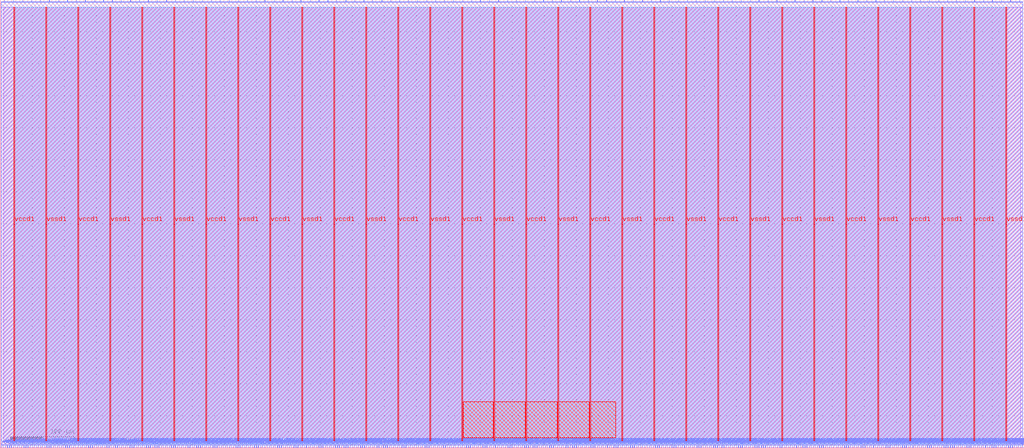
<source format=lef>
VERSION 5.7 ;
  NOWIREEXTENSIONATPIN ON ;
  DIVIDERCHAR "/" ;
  BUSBITCHARS "[]" ;
MACRO rng_chaos_top
  CLASS BLOCK ;
  FOREIGN rng_chaos_top ;
  ORIGIN 0.000 0.000 ;
  SIZE 1600.000 BY 700.000 ;
  PIN io_in[0]
    DIRECTION INPUT ;
    USE SIGNAL ;
    PORT
      LAYER met2 ;
        RECT 6.990 696.000 7.270 700.000 ;
    END
  END io_in[0]
  PIN io_in[10]
    DIRECTION INPUT ;
    USE SIGNAL ;
    PORT
      LAYER met2 ;
        RECT 427.890 696.000 428.170 700.000 ;
    END
  END io_in[10]
  PIN io_in[11]
    DIRECTION INPUT ;
    USE SIGNAL ;
    PORT
      LAYER met2 ;
        RECT 469.750 696.000 470.030 700.000 ;
    END
  END io_in[11]
  PIN io_in[12]
    DIRECTION INPUT ;
    USE SIGNAL ;
    PORT
      LAYER met2 ;
        RECT 512.070 696.000 512.350 700.000 ;
    END
  END io_in[12]
  PIN io_in[13]
    DIRECTION INPUT ;
    USE SIGNAL ;
    PORT
      LAYER met2 ;
        RECT 553.930 696.000 554.210 700.000 ;
    END
  END io_in[13]
  PIN io_in[14]
    DIRECTION INPUT ;
    USE SIGNAL ;
    PORT
      LAYER met2 ;
        RECT 596.250 696.000 596.530 700.000 ;
    END
  END io_in[14]
  PIN io_in[15]
    DIRECTION INPUT ;
    USE SIGNAL ;
    PORT
      LAYER met2 ;
        RECT 638.110 696.000 638.390 700.000 ;
    END
  END io_in[15]
  PIN io_in[16]
    DIRECTION INPUT ;
    USE SIGNAL ;
    PORT
      LAYER met2 ;
        RECT 680.430 696.000 680.710 700.000 ;
    END
  END io_in[16]
  PIN io_in[17]
    DIRECTION INPUT ;
    USE SIGNAL ;
    PORT
      LAYER met2 ;
        RECT 722.290 696.000 722.570 700.000 ;
    END
  END io_in[17]
  PIN io_in[18]
    DIRECTION INPUT ;
    USE SIGNAL ;
    PORT
      LAYER met2 ;
        RECT 764.610 696.000 764.890 700.000 ;
    END
  END io_in[18]
  PIN io_in[19]
    DIRECTION INPUT ;
    USE SIGNAL ;
    PORT
      LAYER met2 ;
        RECT 806.930 696.000 807.210 700.000 ;
    END
  END io_in[19]
  PIN io_in[1]
    DIRECTION INPUT ;
    USE SIGNAL ;
    PORT
      LAYER met2 ;
        RECT 48.850 696.000 49.130 700.000 ;
    END
  END io_in[1]
  PIN io_in[20]
    DIRECTION INPUT ;
    USE SIGNAL ;
    PORT
      LAYER met2 ;
        RECT 848.790 696.000 849.070 700.000 ;
    END
  END io_in[20]
  PIN io_in[21]
    DIRECTION INPUT ;
    USE SIGNAL ;
    PORT
      LAYER met2 ;
        RECT 891.110 696.000 891.390 700.000 ;
    END
  END io_in[21]
  PIN io_in[22]
    DIRECTION INPUT ;
    USE SIGNAL ;
    PORT
      LAYER met2 ;
        RECT 932.970 696.000 933.250 700.000 ;
    END
  END io_in[22]
  PIN io_in[23]
    DIRECTION INPUT ;
    USE SIGNAL ;
    PORT
      LAYER met2 ;
        RECT 975.290 696.000 975.570 700.000 ;
    END
  END io_in[23]
  PIN io_in[24]
    DIRECTION INPUT ;
    USE SIGNAL ;
    PORT
      LAYER met2 ;
        RECT 1017.150 696.000 1017.430 700.000 ;
    END
  END io_in[24]
  PIN io_in[25]
    DIRECTION INPUT ;
    USE SIGNAL ;
    PORT
      LAYER met2 ;
        RECT 1059.470 696.000 1059.750 700.000 ;
    END
  END io_in[25]
  PIN io_in[26]
    DIRECTION INPUT ;
    USE SIGNAL ;
    PORT
      LAYER met2 ;
        RECT 1101.330 696.000 1101.610 700.000 ;
    END
  END io_in[26]
  PIN io_in[27]
    DIRECTION INPUT ;
    USE SIGNAL ;
    PORT
      LAYER met2 ;
        RECT 1143.650 696.000 1143.930 700.000 ;
    END
  END io_in[27]
  PIN io_in[28]
    DIRECTION INPUT ;
    USE SIGNAL ;
    PORT
      LAYER met2 ;
        RECT 1185.510 696.000 1185.790 700.000 ;
    END
  END io_in[28]
  PIN io_in[29]
    DIRECTION INPUT ;
    USE SIGNAL ;
    PORT
      LAYER met2 ;
        RECT 1227.830 696.000 1228.110 700.000 ;
    END
  END io_in[29]
  PIN io_in[2]
    DIRECTION INPUT ;
    USE SIGNAL ;
    PORT
      LAYER met2 ;
        RECT 91.170 696.000 91.450 700.000 ;
    END
  END io_in[2]
  PIN io_in[30]
    DIRECTION INPUT ;
    USE SIGNAL ;
    PORT
      LAYER met2 ;
        RECT 1269.690 696.000 1269.970 700.000 ;
    END
  END io_in[30]
  PIN io_in[31]
    DIRECTION INPUT ;
    USE SIGNAL ;
    PORT
      LAYER met2 ;
        RECT 1312.010 696.000 1312.290 700.000 ;
    END
  END io_in[31]
  PIN io_in[32]
    DIRECTION INPUT ;
    USE SIGNAL ;
    PORT
      LAYER met2 ;
        RECT 1353.870 696.000 1354.150 700.000 ;
    END
  END io_in[32]
  PIN io_in[33]
    DIRECTION INPUT ;
    USE SIGNAL ;
    PORT
      LAYER met2 ;
        RECT 1396.190 696.000 1396.470 700.000 ;
    END
  END io_in[33]
  PIN io_in[34]
    DIRECTION INPUT ;
    USE SIGNAL ;
    PORT
      LAYER met2 ;
        RECT 1438.050 696.000 1438.330 700.000 ;
    END
  END io_in[34]
  PIN io_in[35]
    DIRECTION INPUT ;
    USE SIGNAL ;
    PORT
      LAYER met2 ;
        RECT 1480.370 696.000 1480.650 700.000 ;
    END
  END io_in[35]
  PIN io_in[36]
    DIRECTION INPUT ;
    USE SIGNAL ;
    PORT
      LAYER met2 ;
        RECT 1522.230 696.000 1522.510 700.000 ;
    END
  END io_in[36]
  PIN io_in[37]
    DIRECTION INPUT ;
    USE SIGNAL ;
    PORT
      LAYER met2 ;
        RECT 1564.550 696.000 1564.830 700.000 ;
    END
  END io_in[37]
  PIN io_in[3]
    DIRECTION INPUT ;
    USE SIGNAL ;
    PORT
      LAYER met2 ;
        RECT 133.030 696.000 133.310 700.000 ;
    END
  END io_in[3]
  PIN io_in[4]
    DIRECTION INPUT ;
    USE SIGNAL ;
    PORT
      LAYER met2 ;
        RECT 175.350 696.000 175.630 700.000 ;
    END
  END io_in[4]
  PIN io_in[5]
    DIRECTION INPUT ;
    USE SIGNAL ;
    PORT
      LAYER met2 ;
        RECT 217.210 696.000 217.490 700.000 ;
    END
  END io_in[5]
  PIN io_in[6]
    DIRECTION INPUT ;
    USE SIGNAL ;
    PORT
      LAYER met2 ;
        RECT 259.530 696.000 259.810 700.000 ;
    END
  END io_in[6]
  PIN io_in[7]
    DIRECTION INPUT ;
    USE SIGNAL ;
    PORT
      LAYER met2 ;
        RECT 301.390 696.000 301.670 700.000 ;
    END
  END io_in[7]
  PIN io_in[8]
    DIRECTION INPUT ;
    USE SIGNAL ;
    PORT
      LAYER met2 ;
        RECT 343.710 696.000 343.990 700.000 ;
    END
  END io_in[8]
  PIN io_in[9]
    DIRECTION INPUT ;
    USE SIGNAL ;
    PORT
      LAYER met2 ;
        RECT 385.570 696.000 385.850 700.000 ;
    END
  END io_in[9]
  PIN io_oeb[0]
    DIRECTION OUTPUT TRISTATE ;
    USE SIGNAL ;
    PORT
      LAYER met2 ;
        RECT 20.790 696.000 21.070 700.000 ;
    END
  END io_oeb[0]
  PIN io_oeb[10]
    DIRECTION OUTPUT TRISTATE ;
    USE SIGNAL ;
    PORT
      LAYER met2 ;
        RECT 441.690 696.000 441.970 700.000 ;
    END
  END io_oeb[10]
  PIN io_oeb[11]
    DIRECTION OUTPUT TRISTATE ;
    USE SIGNAL ;
    PORT
      LAYER met2 ;
        RECT 484.010 696.000 484.290 700.000 ;
    END
  END io_oeb[11]
  PIN io_oeb[12]
    DIRECTION OUTPUT TRISTATE ;
    USE SIGNAL ;
    PORT
      LAYER met2 ;
        RECT 525.870 696.000 526.150 700.000 ;
    END
  END io_oeb[12]
  PIN io_oeb[13]
    DIRECTION OUTPUT TRISTATE ;
    USE SIGNAL ;
    PORT
      LAYER met2 ;
        RECT 568.190 696.000 568.470 700.000 ;
    END
  END io_oeb[13]
  PIN io_oeb[14]
    DIRECTION OUTPUT TRISTATE ;
    USE SIGNAL ;
    PORT
      LAYER met2 ;
        RECT 610.050 696.000 610.330 700.000 ;
    END
  END io_oeb[14]
  PIN io_oeb[15]
    DIRECTION OUTPUT TRISTATE ;
    USE SIGNAL ;
    PORT
      LAYER met2 ;
        RECT 652.370 696.000 652.650 700.000 ;
    END
  END io_oeb[15]
  PIN io_oeb[16]
    DIRECTION OUTPUT TRISTATE ;
    USE SIGNAL ;
    PORT
      LAYER met2 ;
        RECT 694.230 696.000 694.510 700.000 ;
    END
  END io_oeb[16]
  PIN io_oeb[17]
    DIRECTION OUTPUT TRISTATE ;
    USE SIGNAL ;
    PORT
      LAYER met2 ;
        RECT 736.550 696.000 736.830 700.000 ;
    END
  END io_oeb[17]
  PIN io_oeb[18]
    DIRECTION OUTPUT TRISTATE ;
    USE SIGNAL ;
    PORT
      LAYER met2 ;
        RECT 778.410 696.000 778.690 700.000 ;
    END
  END io_oeb[18]
  PIN io_oeb[19]
    DIRECTION OUTPUT TRISTATE ;
    USE SIGNAL ;
    PORT
      LAYER met2 ;
        RECT 820.730 696.000 821.010 700.000 ;
    END
  END io_oeb[19]
  PIN io_oeb[1]
    DIRECTION OUTPUT TRISTATE ;
    USE SIGNAL ;
    PORT
      LAYER met2 ;
        RECT 63.110 696.000 63.390 700.000 ;
    END
  END io_oeb[1]
  PIN io_oeb[20]
    DIRECTION OUTPUT TRISTATE ;
    USE SIGNAL ;
    PORT
      LAYER met2 ;
        RECT 863.050 696.000 863.330 700.000 ;
    END
  END io_oeb[20]
  PIN io_oeb[21]
    DIRECTION OUTPUT TRISTATE ;
    USE SIGNAL ;
    PORT
      LAYER met2 ;
        RECT 904.910 696.000 905.190 700.000 ;
    END
  END io_oeb[21]
  PIN io_oeb[22]
    DIRECTION OUTPUT TRISTATE ;
    USE SIGNAL ;
    PORT
      LAYER met2 ;
        RECT 947.230 696.000 947.510 700.000 ;
    END
  END io_oeb[22]
  PIN io_oeb[23]
    DIRECTION OUTPUT TRISTATE ;
    USE SIGNAL ;
    PORT
      LAYER met2 ;
        RECT 989.090 696.000 989.370 700.000 ;
    END
  END io_oeb[23]
  PIN io_oeb[24]
    DIRECTION OUTPUT TRISTATE ;
    USE SIGNAL ;
    PORT
      LAYER met2 ;
        RECT 1031.410 696.000 1031.690 700.000 ;
    END
  END io_oeb[24]
  PIN io_oeb[25]
    DIRECTION OUTPUT TRISTATE ;
    USE SIGNAL ;
    PORT
      LAYER met2 ;
        RECT 1073.270 696.000 1073.550 700.000 ;
    END
  END io_oeb[25]
  PIN io_oeb[26]
    DIRECTION OUTPUT TRISTATE ;
    USE SIGNAL ;
    PORT
      LAYER met2 ;
        RECT 1115.590 696.000 1115.870 700.000 ;
    END
  END io_oeb[26]
  PIN io_oeb[27]
    DIRECTION OUTPUT TRISTATE ;
    USE SIGNAL ;
    PORT
      LAYER met2 ;
        RECT 1157.450 696.000 1157.730 700.000 ;
    END
  END io_oeb[27]
  PIN io_oeb[28]
    DIRECTION OUTPUT TRISTATE ;
    USE SIGNAL ;
    PORT
      LAYER met2 ;
        RECT 1199.770 696.000 1200.050 700.000 ;
    END
  END io_oeb[28]
  PIN io_oeb[29]
    DIRECTION OUTPUT TRISTATE ;
    USE SIGNAL ;
    PORT
      LAYER met2 ;
        RECT 1241.630 696.000 1241.910 700.000 ;
    END
  END io_oeb[29]
  PIN io_oeb[2]
    DIRECTION OUTPUT TRISTATE ;
    USE SIGNAL ;
    PORT
      LAYER met2 ;
        RECT 104.970 696.000 105.250 700.000 ;
    END
  END io_oeb[2]
  PIN io_oeb[30]
    DIRECTION OUTPUT TRISTATE ;
    USE SIGNAL ;
    PORT
      LAYER met2 ;
        RECT 1283.950 696.000 1284.230 700.000 ;
    END
  END io_oeb[30]
  PIN io_oeb[31]
    DIRECTION OUTPUT TRISTATE ;
    USE SIGNAL ;
    PORT
      LAYER met2 ;
        RECT 1325.810 696.000 1326.090 700.000 ;
    END
  END io_oeb[31]
  PIN io_oeb[32]
    DIRECTION OUTPUT TRISTATE ;
    USE SIGNAL ;
    PORT
      LAYER met2 ;
        RECT 1368.130 696.000 1368.410 700.000 ;
    END
  END io_oeb[32]
  PIN io_oeb[33]
    DIRECTION OUTPUT TRISTATE ;
    USE SIGNAL ;
    PORT
      LAYER met2 ;
        RECT 1409.990 696.000 1410.270 700.000 ;
    END
  END io_oeb[33]
  PIN io_oeb[34]
    DIRECTION OUTPUT TRISTATE ;
    USE SIGNAL ;
    PORT
      LAYER met2 ;
        RECT 1452.310 696.000 1452.590 700.000 ;
    END
  END io_oeb[34]
  PIN io_oeb[35]
    DIRECTION OUTPUT TRISTATE ;
    USE SIGNAL ;
    PORT
      LAYER met2 ;
        RECT 1494.170 696.000 1494.450 700.000 ;
    END
  END io_oeb[35]
  PIN io_oeb[36]
    DIRECTION OUTPUT TRISTATE ;
    USE SIGNAL ;
    PORT
      LAYER met2 ;
        RECT 1536.490 696.000 1536.770 700.000 ;
    END
  END io_oeb[36]
  PIN io_oeb[37]
    DIRECTION OUTPUT TRISTATE ;
    USE SIGNAL ;
    PORT
      LAYER met2 ;
        RECT 1578.350 696.000 1578.630 700.000 ;
    END
  END io_oeb[37]
  PIN io_oeb[3]
    DIRECTION OUTPUT TRISTATE ;
    USE SIGNAL ;
    PORT
      LAYER met2 ;
        RECT 147.290 696.000 147.570 700.000 ;
    END
  END io_oeb[3]
  PIN io_oeb[4]
    DIRECTION OUTPUT TRISTATE ;
    USE SIGNAL ;
    PORT
      LAYER met2 ;
        RECT 189.150 696.000 189.430 700.000 ;
    END
  END io_oeb[4]
  PIN io_oeb[5]
    DIRECTION OUTPUT TRISTATE ;
    USE SIGNAL ;
    PORT
      LAYER met2 ;
        RECT 231.470 696.000 231.750 700.000 ;
    END
  END io_oeb[5]
  PIN io_oeb[6]
    DIRECTION OUTPUT TRISTATE ;
    USE SIGNAL ;
    PORT
      LAYER met2 ;
        RECT 273.330 696.000 273.610 700.000 ;
    END
  END io_oeb[6]
  PIN io_oeb[7]
    DIRECTION OUTPUT TRISTATE ;
    USE SIGNAL ;
    PORT
      LAYER met2 ;
        RECT 315.650 696.000 315.930 700.000 ;
    END
  END io_oeb[7]
  PIN io_oeb[8]
    DIRECTION OUTPUT TRISTATE ;
    USE SIGNAL ;
    PORT
      LAYER met2 ;
        RECT 357.510 696.000 357.790 700.000 ;
    END
  END io_oeb[8]
  PIN io_oeb[9]
    DIRECTION OUTPUT TRISTATE ;
    USE SIGNAL ;
    PORT
      LAYER met2 ;
        RECT 399.830 696.000 400.110 700.000 ;
    END
  END io_oeb[9]
  PIN io_out[0]
    DIRECTION OUTPUT TRISTATE ;
    USE SIGNAL ;
    PORT
      LAYER met2 ;
        RECT 35.050 696.000 35.330 700.000 ;
    END
  END io_out[0]
  PIN io_out[10]
    DIRECTION OUTPUT TRISTATE ;
    USE SIGNAL ;
    PORT
      LAYER met2 ;
        RECT 455.950 696.000 456.230 700.000 ;
    END
  END io_out[10]
  PIN io_out[11]
    DIRECTION OUTPUT TRISTATE ;
    USE SIGNAL ;
    PORT
      LAYER met2 ;
        RECT 497.810 696.000 498.090 700.000 ;
    END
  END io_out[11]
  PIN io_out[12]
    DIRECTION OUTPUT TRISTATE ;
    USE SIGNAL ;
    PORT
      LAYER met2 ;
        RECT 540.130 696.000 540.410 700.000 ;
    END
  END io_out[12]
  PIN io_out[13]
    DIRECTION OUTPUT TRISTATE ;
    USE SIGNAL ;
    PORT
      LAYER met2 ;
        RECT 581.990 696.000 582.270 700.000 ;
    END
  END io_out[13]
  PIN io_out[14]
    DIRECTION OUTPUT TRISTATE ;
    USE SIGNAL ;
    PORT
      LAYER met2 ;
        RECT 624.310 696.000 624.590 700.000 ;
    END
  END io_out[14]
  PIN io_out[15]
    DIRECTION OUTPUT TRISTATE ;
    USE SIGNAL ;
    PORT
      LAYER met2 ;
        RECT 666.170 696.000 666.450 700.000 ;
    END
  END io_out[15]
  PIN io_out[16]
    DIRECTION OUTPUT TRISTATE ;
    USE SIGNAL ;
    PORT
      LAYER met2 ;
        RECT 708.490 696.000 708.770 700.000 ;
    END
  END io_out[16]
  PIN io_out[17]
    DIRECTION OUTPUT TRISTATE ;
    USE SIGNAL ;
    PORT
      LAYER met2 ;
        RECT 750.350 696.000 750.630 700.000 ;
    END
  END io_out[17]
  PIN io_out[18]
    DIRECTION OUTPUT TRISTATE ;
    USE SIGNAL ;
    PORT
      LAYER met2 ;
        RECT 792.670 696.000 792.950 700.000 ;
    END
  END io_out[18]
  PIN io_out[19]
    DIRECTION OUTPUT TRISTATE ;
    USE SIGNAL ;
    PORT
      LAYER met2 ;
        RECT 834.990 696.000 835.270 700.000 ;
    END
  END io_out[19]
  PIN io_out[1]
    DIRECTION OUTPUT TRISTATE ;
    USE SIGNAL ;
    PORT
      LAYER met2 ;
        RECT 76.910 696.000 77.190 700.000 ;
    END
  END io_out[1]
  PIN io_out[20]
    DIRECTION OUTPUT TRISTATE ;
    USE SIGNAL ;
    PORT
      LAYER met2 ;
        RECT 876.850 696.000 877.130 700.000 ;
    END
  END io_out[20]
  PIN io_out[21]
    DIRECTION OUTPUT TRISTATE ;
    USE SIGNAL ;
    PORT
      LAYER met2 ;
        RECT 919.170 696.000 919.450 700.000 ;
    END
  END io_out[21]
  PIN io_out[22]
    DIRECTION OUTPUT TRISTATE ;
    USE SIGNAL ;
    PORT
      LAYER met2 ;
        RECT 961.030 696.000 961.310 700.000 ;
    END
  END io_out[22]
  PIN io_out[23]
    DIRECTION OUTPUT TRISTATE ;
    USE SIGNAL ;
    PORT
      LAYER met2 ;
        RECT 1003.350 696.000 1003.630 700.000 ;
    END
  END io_out[23]
  PIN io_out[24]
    DIRECTION OUTPUT TRISTATE ;
    USE SIGNAL ;
    PORT
      LAYER met2 ;
        RECT 1045.210 696.000 1045.490 700.000 ;
    END
  END io_out[24]
  PIN io_out[25]
    DIRECTION OUTPUT TRISTATE ;
    USE SIGNAL ;
    PORT
      LAYER met2 ;
        RECT 1087.530 696.000 1087.810 700.000 ;
    END
  END io_out[25]
  PIN io_out[26]
    DIRECTION OUTPUT TRISTATE ;
    USE SIGNAL ;
    PORT
      LAYER met2 ;
        RECT 1129.390 696.000 1129.670 700.000 ;
    END
  END io_out[26]
  PIN io_out[27]
    DIRECTION OUTPUT TRISTATE ;
    USE SIGNAL ;
    PORT
      LAYER met2 ;
        RECT 1171.710 696.000 1171.990 700.000 ;
    END
  END io_out[27]
  PIN io_out[28]
    DIRECTION OUTPUT TRISTATE ;
    USE SIGNAL ;
    PORT
      LAYER met2 ;
        RECT 1213.570 696.000 1213.850 700.000 ;
    END
  END io_out[28]
  PIN io_out[29]
    DIRECTION OUTPUT TRISTATE ;
    USE SIGNAL ;
    PORT
      LAYER met2 ;
        RECT 1255.890 696.000 1256.170 700.000 ;
    END
  END io_out[29]
  PIN io_out[2]
    DIRECTION OUTPUT TRISTATE ;
    USE SIGNAL ;
    PORT
      LAYER met2 ;
        RECT 119.230 696.000 119.510 700.000 ;
    END
  END io_out[2]
  PIN io_out[30]
    DIRECTION OUTPUT TRISTATE ;
    USE SIGNAL ;
    PORT
      LAYER met2 ;
        RECT 1297.750 696.000 1298.030 700.000 ;
    END
  END io_out[30]
  PIN io_out[31]
    DIRECTION OUTPUT TRISTATE ;
    USE SIGNAL ;
    PORT
      LAYER met2 ;
        RECT 1340.070 696.000 1340.350 700.000 ;
    END
  END io_out[31]
  PIN io_out[32]
    DIRECTION OUTPUT TRISTATE ;
    USE SIGNAL ;
    PORT
      LAYER met2 ;
        RECT 1381.930 696.000 1382.210 700.000 ;
    END
  END io_out[32]
  PIN io_out[33]
    DIRECTION OUTPUT TRISTATE ;
    USE SIGNAL ;
    PORT
      LAYER met2 ;
        RECT 1424.250 696.000 1424.530 700.000 ;
    END
  END io_out[33]
  PIN io_out[34]
    DIRECTION OUTPUT TRISTATE ;
    USE SIGNAL ;
    PORT
      LAYER met2 ;
        RECT 1466.110 696.000 1466.390 700.000 ;
    END
  END io_out[34]
  PIN io_out[35]
    DIRECTION OUTPUT TRISTATE ;
    USE SIGNAL ;
    PORT
      LAYER met2 ;
        RECT 1508.430 696.000 1508.710 700.000 ;
    END
  END io_out[35]
  PIN io_out[36]
    DIRECTION OUTPUT TRISTATE ;
    USE SIGNAL ;
    PORT
      LAYER met2 ;
        RECT 1550.290 696.000 1550.570 700.000 ;
    END
  END io_out[36]
  PIN io_out[37]
    DIRECTION OUTPUT TRISTATE ;
    USE SIGNAL ;
    PORT
      LAYER met2 ;
        RECT 1592.610 696.000 1592.890 700.000 ;
    END
  END io_out[37]
  PIN io_out[3]
    DIRECTION OUTPUT TRISTATE ;
    USE SIGNAL ;
    PORT
      LAYER met2 ;
        RECT 161.090 696.000 161.370 700.000 ;
    END
  END io_out[3]
  PIN io_out[4]
    DIRECTION OUTPUT TRISTATE ;
    USE SIGNAL ;
    PORT
      LAYER met2 ;
        RECT 203.410 696.000 203.690 700.000 ;
    END
  END io_out[4]
  PIN io_out[5]
    DIRECTION OUTPUT TRISTATE ;
    USE SIGNAL ;
    PORT
      LAYER met2 ;
        RECT 245.270 696.000 245.550 700.000 ;
    END
  END io_out[5]
  PIN io_out[6]
    DIRECTION OUTPUT TRISTATE ;
    USE SIGNAL ;
    PORT
      LAYER met2 ;
        RECT 287.590 696.000 287.870 700.000 ;
    END
  END io_out[6]
  PIN io_out[7]
    DIRECTION OUTPUT TRISTATE ;
    USE SIGNAL ;
    PORT
      LAYER met2 ;
        RECT 329.450 696.000 329.730 700.000 ;
    END
  END io_out[7]
  PIN io_out[8]
    DIRECTION OUTPUT TRISTATE ;
    USE SIGNAL ;
    PORT
      LAYER met2 ;
        RECT 371.770 696.000 372.050 700.000 ;
    END
  END io_out[8]
  PIN io_out[9]
    DIRECTION OUTPUT TRISTATE ;
    USE SIGNAL ;
    PORT
      LAYER met2 ;
        RECT 413.630 696.000 413.910 700.000 ;
    END
  END io_out[9]
  PIN irq[0]
    DIRECTION OUTPUT TRISTATE ;
    USE SIGNAL ;
    PORT
      LAYER met2 ;
        RECT 1591.230 0.000 1591.510 4.000 ;
    END
  END irq[0]
  PIN irq[1]
    DIRECTION OUTPUT TRISTATE ;
    USE SIGNAL ;
    PORT
      LAYER met2 ;
        RECT 1594.450 0.000 1594.730 4.000 ;
    END
  END irq[1]
  PIN irq[2]
    DIRECTION OUTPUT TRISTATE ;
    USE SIGNAL ;
    PORT
      LAYER met2 ;
        RECT 1597.670 0.000 1597.950 4.000 ;
    END
  END irq[2]
  PIN la_data_in[0]
    DIRECTION INPUT ;
    USE SIGNAL ;
    PORT
      LAYER met2 ;
        RECT 345.090 0.000 345.370 4.000 ;
    END
  END la_data_in[0]
  PIN la_data_in[100]
    DIRECTION INPUT ;
    USE SIGNAL ;
    PORT
      LAYER met2 ;
        RECT 1318.910 0.000 1319.190 4.000 ;
    END
  END la_data_in[100]
  PIN la_data_in[101]
    DIRECTION INPUT ;
    USE SIGNAL ;
    PORT
      LAYER met2 ;
        RECT 1328.570 0.000 1328.850 4.000 ;
    END
  END la_data_in[101]
  PIN la_data_in[102]
    DIRECTION INPUT ;
    USE SIGNAL ;
    PORT
      LAYER met2 ;
        RECT 1338.230 0.000 1338.510 4.000 ;
    END
  END la_data_in[102]
  PIN la_data_in[103]
    DIRECTION INPUT ;
    USE SIGNAL ;
    PORT
      LAYER met2 ;
        RECT 1347.890 0.000 1348.170 4.000 ;
    END
  END la_data_in[103]
  PIN la_data_in[104]
    DIRECTION INPUT ;
    USE SIGNAL ;
    PORT
      LAYER met2 ;
        RECT 1357.550 0.000 1357.830 4.000 ;
    END
  END la_data_in[104]
  PIN la_data_in[105]
    DIRECTION INPUT ;
    USE SIGNAL ;
    PORT
      LAYER met2 ;
        RECT 1367.670 0.000 1367.950 4.000 ;
    END
  END la_data_in[105]
  PIN la_data_in[106]
    DIRECTION INPUT ;
    USE SIGNAL ;
    PORT
      LAYER met2 ;
        RECT 1377.330 0.000 1377.610 4.000 ;
    END
  END la_data_in[106]
  PIN la_data_in[107]
    DIRECTION INPUT ;
    USE SIGNAL ;
    PORT
      LAYER met2 ;
        RECT 1386.990 0.000 1387.270 4.000 ;
    END
  END la_data_in[107]
  PIN la_data_in[108]
    DIRECTION INPUT ;
    USE SIGNAL ;
    PORT
      LAYER met2 ;
        RECT 1396.650 0.000 1396.930 4.000 ;
    END
  END la_data_in[108]
  PIN la_data_in[109]
    DIRECTION INPUT ;
    USE SIGNAL ;
    PORT
      LAYER met2 ;
        RECT 1406.310 0.000 1406.590 4.000 ;
    END
  END la_data_in[109]
  PIN la_data_in[10]
    DIRECTION INPUT ;
    USE SIGNAL ;
    PORT
      LAYER met2 ;
        RECT 442.610 0.000 442.890 4.000 ;
    END
  END la_data_in[10]
  PIN la_data_in[110]
    DIRECTION INPUT ;
    USE SIGNAL ;
    PORT
      LAYER met2 ;
        RECT 1415.970 0.000 1416.250 4.000 ;
    END
  END la_data_in[110]
  PIN la_data_in[111]
    DIRECTION INPUT ;
    USE SIGNAL ;
    PORT
      LAYER met2 ;
        RECT 1426.090 0.000 1426.370 4.000 ;
    END
  END la_data_in[111]
  PIN la_data_in[112]
    DIRECTION INPUT ;
    USE SIGNAL ;
    PORT
      LAYER met2 ;
        RECT 1435.750 0.000 1436.030 4.000 ;
    END
  END la_data_in[112]
  PIN la_data_in[113]
    DIRECTION INPUT ;
    USE SIGNAL ;
    PORT
      LAYER met2 ;
        RECT 1445.410 0.000 1445.690 4.000 ;
    END
  END la_data_in[113]
  PIN la_data_in[114]
    DIRECTION INPUT ;
    USE SIGNAL ;
    PORT
      LAYER met2 ;
        RECT 1455.070 0.000 1455.350 4.000 ;
    END
  END la_data_in[114]
  PIN la_data_in[115]
    DIRECTION INPUT ;
    USE SIGNAL ;
    PORT
      LAYER met2 ;
        RECT 1464.730 0.000 1465.010 4.000 ;
    END
  END la_data_in[115]
  PIN la_data_in[116]
    DIRECTION INPUT ;
    USE SIGNAL ;
    PORT
      LAYER met2 ;
        RECT 1474.390 0.000 1474.670 4.000 ;
    END
  END la_data_in[116]
  PIN la_data_in[117]
    DIRECTION INPUT ;
    USE SIGNAL ;
    PORT
      LAYER met2 ;
        RECT 1484.510 0.000 1484.790 4.000 ;
    END
  END la_data_in[117]
  PIN la_data_in[118]
    DIRECTION INPUT ;
    USE SIGNAL ;
    PORT
      LAYER met2 ;
        RECT 1494.170 0.000 1494.450 4.000 ;
    END
  END la_data_in[118]
  PIN la_data_in[119]
    DIRECTION INPUT ;
    USE SIGNAL ;
    PORT
      LAYER met2 ;
        RECT 1503.830 0.000 1504.110 4.000 ;
    END
  END la_data_in[119]
  PIN la_data_in[11]
    DIRECTION INPUT ;
    USE SIGNAL ;
    PORT
      LAYER met2 ;
        RECT 452.270 0.000 452.550 4.000 ;
    END
  END la_data_in[11]
  PIN la_data_in[120]
    DIRECTION INPUT ;
    USE SIGNAL ;
    PORT
      LAYER met2 ;
        RECT 1513.490 0.000 1513.770 4.000 ;
    END
  END la_data_in[120]
  PIN la_data_in[121]
    DIRECTION INPUT ;
    USE SIGNAL ;
    PORT
      LAYER met2 ;
        RECT 1523.150 0.000 1523.430 4.000 ;
    END
  END la_data_in[121]
  PIN la_data_in[122]
    DIRECTION INPUT ;
    USE SIGNAL ;
    PORT
      LAYER met2 ;
        RECT 1532.810 0.000 1533.090 4.000 ;
    END
  END la_data_in[122]
  PIN la_data_in[123]
    DIRECTION INPUT ;
    USE SIGNAL ;
    PORT
      LAYER met2 ;
        RECT 1542.930 0.000 1543.210 4.000 ;
    END
  END la_data_in[123]
  PIN la_data_in[124]
    DIRECTION INPUT ;
    USE SIGNAL ;
    PORT
      LAYER met2 ;
        RECT 1552.590 0.000 1552.870 4.000 ;
    END
  END la_data_in[124]
  PIN la_data_in[125]
    DIRECTION INPUT ;
    USE SIGNAL ;
    PORT
      LAYER met2 ;
        RECT 1562.250 0.000 1562.530 4.000 ;
    END
  END la_data_in[125]
  PIN la_data_in[126]
    DIRECTION INPUT ;
    USE SIGNAL ;
    PORT
      LAYER met2 ;
        RECT 1571.910 0.000 1572.190 4.000 ;
    END
  END la_data_in[126]
  PIN la_data_in[127]
    DIRECTION INPUT ;
    USE SIGNAL ;
    PORT
      LAYER met2 ;
        RECT 1581.570 0.000 1581.850 4.000 ;
    END
  END la_data_in[127]
  PIN la_data_in[12]
    DIRECTION INPUT ;
    USE SIGNAL ;
    PORT
      LAYER met2 ;
        RECT 461.930 0.000 462.210 4.000 ;
    END
  END la_data_in[12]
  PIN la_data_in[13]
    DIRECTION INPUT ;
    USE SIGNAL ;
    PORT
      LAYER met2 ;
        RECT 471.590 0.000 471.870 4.000 ;
    END
  END la_data_in[13]
  PIN la_data_in[14]
    DIRECTION INPUT ;
    USE SIGNAL ;
    PORT
      LAYER met2 ;
        RECT 481.710 0.000 481.990 4.000 ;
    END
  END la_data_in[14]
  PIN la_data_in[15]
    DIRECTION INPUT ;
    USE SIGNAL ;
    PORT
      LAYER met2 ;
        RECT 491.370 0.000 491.650 4.000 ;
    END
  END la_data_in[15]
  PIN la_data_in[16]
    DIRECTION INPUT ;
    USE SIGNAL ;
    PORT
      LAYER met2 ;
        RECT 501.030 0.000 501.310 4.000 ;
    END
  END la_data_in[16]
  PIN la_data_in[17]
    DIRECTION INPUT ;
    USE SIGNAL ;
    PORT
      LAYER met2 ;
        RECT 510.690 0.000 510.970 4.000 ;
    END
  END la_data_in[17]
  PIN la_data_in[18]
    DIRECTION INPUT ;
    USE SIGNAL ;
    PORT
      LAYER met2 ;
        RECT 520.350 0.000 520.630 4.000 ;
    END
  END la_data_in[18]
  PIN la_data_in[19]
    DIRECTION INPUT ;
    USE SIGNAL ;
    PORT
      LAYER met2 ;
        RECT 530.010 0.000 530.290 4.000 ;
    END
  END la_data_in[19]
  PIN la_data_in[1]
    DIRECTION INPUT ;
    USE SIGNAL ;
    PORT
      LAYER met2 ;
        RECT 354.750 0.000 355.030 4.000 ;
    END
  END la_data_in[1]
  PIN la_data_in[20]
    DIRECTION INPUT ;
    USE SIGNAL ;
    PORT
      LAYER met2 ;
        RECT 540.130 0.000 540.410 4.000 ;
    END
  END la_data_in[20]
  PIN la_data_in[21]
    DIRECTION INPUT ;
    USE SIGNAL ;
    PORT
      LAYER met2 ;
        RECT 549.790 0.000 550.070 4.000 ;
    END
  END la_data_in[21]
  PIN la_data_in[22]
    DIRECTION INPUT ;
    USE SIGNAL ;
    PORT
      LAYER met2 ;
        RECT 559.450 0.000 559.730 4.000 ;
    END
  END la_data_in[22]
  PIN la_data_in[23]
    DIRECTION INPUT ;
    USE SIGNAL ;
    PORT
      LAYER met2 ;
        RECT 569.110 0.000 569.390 4.000 ;
    END
  END la_data_in[23]
  PIN la_data_in[24]
    DIRECTION INPUT ;
    USE SIGNAL ;
    PORT
      LAYER met2 ;
        RECT 578.770 0.000 579.050 4.000 ;
    END
  END la_data_in[24]
  PIN la_data_in[25]
    DIRECTION INPUT ;
    USE SIGNAL ;
    PORT
      LAYER met2 ;
        RECT 588.430 0.000 588.710 4.000 ;
    END
  END la_data_in[25]
  PIN la_data_in[26]
    DIRECTION INPUT ;
    USE SIGNAL ;
    PORT
      LAYER met2 ;
        RECT 598.550 0.000 598.830 4.000 ;
    END
  END la_data_in[26]
  PIN la_data_in[27]
    DIRECTION INPUT ;
    USE SIGNAL ;
    PORT
      LAYER met2 ;
        RECT 608.210 0.000 608.490 4.000 ;
    END
  END la_data_in[27]
  PIN la_data_in[28]
    DIRECTION INPUT ;
    USE SIGNAL ;
    PORT
      LAYER met2 ;
        RECT 617.870 0.000 618.150 4.000 ;
    END
  END la_data_in[28]
  PIN la_data_in[29]
    DIRECTION INPUT ;
    USE SIGNAL ;
    PORT
      LAYER met2 ;
        RECT 627.530 0.000 627.810 4.000 ;
    END
  END la_data_in[29]
  PIN la_data_in[2]
    DIRECTION INPUT ;
    USE SIGNAL ;
    PORT
      LAYER met2 ;
        RECT 364.870 0.000 365.150 4.000 ;
    END
  END la_data_in[2]
  PIN la_data_in[30]
    DIRECTION INPUT ;
    USE SIGNAL ;
    PORT
      LAYER met2 ;
        RECT 637.190 0.000 637.470 4.000 ;
    END
  END la_data_in[30]
  PIN la_data_in[31]
    DIRECTION INPUT ;
    USE SIGNAL ;
    PORT
      LAYER met2 ;
        RECT 646.850 0.000 647.130 4.000 ;
    END
  END la_data_in[31]
  PIN la_data_in[32]
    DIRECTION INPUT ;
    USE SIGNAL ;
    PORT
      LAYER met2 ;
        RECT 656.970 0.000 657.250 4.000 ;
    END
  END la_data_in[32]
  PIN la_data_in[33]
    DIRECTION INPUT ;
    USE SIGNAL ;
    PORT
      LAYER met2 ;
        RECT 666.630 0.000 666.910 4.000 ;
    END
  END la_data_in[33]
  PIN la_data_in[34]
    DIRECTION INPUT ;
    USE SIGNAL ;
    PORT
      LAYER met2 ;
        RECT 676.290 0.000 676.570 4.000 ;
    END
  END la_data_in[34]
  PIN la_data_in[35]
    DIRECTION INPUT ;
    USE SIGNAL ;
    PORT
      LAYER met2 ;
        RECT 685.950 0.000 686.230 4.000 ;
    END
  END la_data_in[35]
  PIN la_data_in[36]
    DIRECTION INPUT ;
    USE SIGNAL ;
    PORT
      LAYER met2 ;
        RECT 695.610 0.000 695.890 4.000 ;
    END
  END la_data_in[36]
  PIN la_data_in[37]
    DIRECTION INPUT ;
    USE SIGNAL ;
    PORT
      LAYER met2 ;
        RECT 705.270 0.000 705.550 4.000 ;
    END
  END la_data_in[37]
  PIN la_data_in[38]
    DIRECTION INPUT ;
    USE SIGNAL ;
    PORT
      LAYER met2 ;
        RECT 715.390 0.000 715.670 4.000 ;
    END
  END la_data_in[38]
  PIN la_data_in[39]
    DIRECTION INPUT ;
    USE SIGNAL ;
    PORT
      LAYER met2 ;
        RECT 725.050 0.000 725.330 4.000 ;
    END
  END la_data_in[39]
  PIN la_data_in[3]
    DIRECTION INPUT ;
    USE SIGNAL ;
    PORT
      LAYER met2 ;
        RECT 374.530 0.000 374.810 4.000 ;
    END
  END la_data_in[3]
  PIN la_data_in[40]
    DIRECTION INPUT ;
    USE SIGNAL ;
    PORT
      LAYER met2 ;
        RECT 734.710 0.000 734.990 4.000 ;
    END
  END la_data_in[40]
  PIN la_data_in[41]
    DIRECTION INPUT ;
    USE SIGNAL ;
    PORT
      LAYER met2 ;
        RECT 744.370 0.000 744.650 4.000 ;
    END
  END la_data_in[41]
  PIN la_data_in[42]
    DIRECTION INPUT ;
    USE SIGNAL ;
    PORT
      LAYER met2 ;
        RECT 754.030 0.000 754.310 4.000 ;
    END
  END la_data_in[42]
  PIN la_data_in[43]
    DIRECTION INPUT ;
    USE SIGNAL ;
    PORT
      LAYER met2 ;
        RECT 763.690 0.000 763.970 4.000 ;
    END
  END la_data_in[43]
  PIN la_data_in[44]
    DIRECTION INPUT ;
    USE SIGNAL ;
    PORT
      LAYER met2 ;
        RECT 773.810 0.000 774.090 4.000 ;
    END
  END la_data_in[44]
  PIN la_data_in[45]
    DIRECTION INPUT ;
    USE SIGNAL ;
    PORT
      LAYER met2 ;
        RECT 783.470 0.000 783.750 4.000 ;
    END
  END la_data_in[45]
  PIN la_data_in[46]
    DIRECTION INPUT ;
    USE SIGNAL ;
    PORT
      LAYER met2 ;
        RECT 793.130 0.000 793.410 4.000 ;
    END
  END la_data_in[46]
  PIN la_data_in[47]
    DIRECTION INPUT ;
    USE SIGNAL ;
    PORT
      LAYER met2 ;
        RECT 802.790 0.000 803.070 4.000 ;
    END
  END la_data_in[47]
  PIN la_data_in[48]
    DIRECTION INPUT ;
    USE SIGNAL ;
    PORT
      LAYER met2 ;
        RECT 812.450 0.000 812.730 4.000 ;
    END
  END la_data_in[48]
  PIN la_data_in[49]
    DIRECTION INPUT ;
    USE SIGNAL ;
    PORT
      LAYER met2 ;
        RECT 822.110 0.000 822.390 4.000 ;
    END
  END la_data_in[49]
  PIN la_data_in[4]
    DIRECTION INPUT ;
    USE SIGNAL ;
    PORT
      LAYER met2 ;
        RECT 384.190 0.000 384.470 4.000 ;
    END
  END la_data_in[4]
  PIN la_data_in[50]
    DIRECTION INPUT ;
    USE SIGNAL ;
    PORT
      LAYER met2 ;
        RECT 832.230 0.000 832.510 4.000 ;
    END
  END la_data_in[50]
  PIN la_data_in[51]
    DIRECTION INPUT ;
    USE SIGNAL ;
    PORT
      LAYER met2 ;
        RECT 841.890 0.000 842.170 4.000 ;
    END
  END la_data_in[51]
  PIN la_data_in[52]
    DIRECTION INPUT ;
    USE SIGNAL ;
    PORT
      LAYER met2 ;
        RECT 851.550 0.000 851.830 4.000 ;
    END
  END la_data_in[52]
  PIN la_data_in[53]
    DIRECTION INPUT ;
    USE SIGNAL ;
    PORT
      LAYER met2 ;
        RECT 861.210 0.000 861.490 4.000 ;
    END
  END la_data_in[53]
  PIN la_data_in[54]
    DIRECTION INPUT ;
    USE SIGNAL ;
    PORT
      LAYER met2 ;
        RECT 870.870 0.000 871.150 4.000 ;
    END
  END la_data_in[54]
  PIN la_data_in[55]
    DIRECTION INPUT ;
    USE SIGNAL ;
    PORT
      LAYER met2 ;
        RECT 880.530 0.000 880.810 4.000 ;
    END
  END la_data_in[55]
  PIN la_data_in[56]
    DIRECTION INPUT ;
    USE SIGNAL ;
    PORT
      LAYER met2 ;
        RECT 890.650 0.000 890.930 4.000 ;
    END
  END la_data_in[56]
  PIN la_data_in[57]
    DIRECTION INPUT ;
    USE SIGNAL ;
    PORT
      LAYER met2 ;
        RECT 900.310 0.000 900.590 4.000 ;
    END
  END la_data_in[57]
  PIN la_data_in[58]
    DIRECTION INPUT ;
    USE SIGNAL ;
    PORT
      LAYER met2 ;
        RECT 909.970 0.000 910.250 4.000 ;
    END
  END la_data_in[58]
  PIN la_data_in[59]
    DIRECTION INPUT ;
    USE SIGNAL ;
    PORT
      LAYER met2 ;
        RECT 919.630 0.000 919.910 4.000 ;
    END
  END la_data_in[59]
  PIN la_data_in[5]
    DIRECTION INPUT ;
    USE SIGNAL ;
    PORT
      LAYER met2 ;
        RECT 393.850 0.000 394.130 4.000 ;
    END
  END la_data_in[5]
  PIN la_data_in[60]
    DIRECTION INPUT ;
    USE SIGNAL ;
    PORT
      LAYER met2 ;
        RECT 929.290 0.000 929.570 4.000 ;
    END
  END la_data_in[60]
  PIN la_data_in[61]
    DIRECTION INPUT ;
    USE SIGNAL ;
    PORT
      LAYER met2 ;
        RECT 938.950 0.000 939.230 4.000 ;
    END
  END la_data_in[61]
  PIN la_data_in[62]
    DIRECTION INPUT ;
    USE SIGNAL ;
    PORT
      LAYER met2 ;
        RECT 948.610 0.000 948.890 4.000 ;
    END
  END la_data_in[62]
  PIN la_data_in[63]
    DIRECTION INPUT ;
    USE SIGNAL ;
    PORT
      LAYER met2 ;
        RECT 958.730 0.000 959.010 4.000 ;
    END
  END la_data_in[63]
  PIN la_data_in[64]
    DIRECTION INPUT ;
    USE SIGNAL ;
    PORT
      LAYER met2 ;
        RECT 968.390 0.000 968.670 4.000 ;
    END
  END la_data_in[64]
  PIN la_data_in[65]
    DIRECTION INPUT ;
    USE SIGNAL ;
    PORT
      LAYER met2 ;
        RECT 978.050 0.000 978.330 4.000 ;
    END
  END la_data_in[65]
  PIN la_data_in[66]
    DIRECTION INPUT ;
    USE SIGNAL ;
    PORT
      LAYER met2 ;
        RECT 987.710 0.000 987.990 4.000 ;
    END
  END la_data_in[66]
  PIN la_data_in[67]
    DIRECTION INPUT ;
    USE SIGNAL ;
    PORT
      LAYER met2 ;
        RECT 997.370 0.000 997.650 4.000 ;
    END
  END la_data_in[67]
  PIN la_data_in[68]
    DIRECTION INPUT ;
    USE SIGNAL ;
    PORT
      LAYER met2 ;
        RECT 1007.030 0.000 1007.310 4.000 ;
    END
  END la_data_in[68]
  PIN la_data_in[69]
    DIRECTION INPUT ;
    USE SIGNAL ;
    PORT
      LAYER met2 ;
        RECT 1017.150 0.000 1017.430 4.000 ;
    END
  END la_data_in[69]
  PIN la_data_in[6]
    DIRECTION INPUT ;
    USE SIGNAL ;
    PORT
      LAYER met2 ;
        RECT 403.510 0.000 403.790 4.000 ;
    END
  END la_data_in[6]
  PIN la_data_in[70]
    DIRECTION INPUT ;
    USE SIGNAL ;
    PORT
      LAYER met2 ;
        RECT 1026.810 0.000 1027.090 4.000 ;
    END
  END la_data_in[70]
  PIN la_data_in[71]
    DIRECTION INPUT ;
    USE SIGNAL ;
    PORT
      LAYER met2 ;
        RECT 1036.470 0.000 1036.750 4.000 ;
    END
  END la_data_in[71]
  PIN la_data_in[72]
    DIRECTION INPUT ;
    USE SIGNAL ;
    PORT
      LAYER met2 ;
        RECT 1046.130 0.000 1046.410 4.000 ;
    END
  END la_data_in[72]
  PIN la_data_in[73]
    DIRECTION INPUT ;
    USE SIGNAL ;
    PORT
      LAYER met2 ;
        RECT 1055.790 0.000 1056.070 4.000 ;
    END
  END la_data_in[73]
  PIN la_data_in[74]
    DIRECTION INPUT ;
    USE SIGNAL ;
    PORT
      LAYER met2 ;
        RECT 1065.450 0.000 1065.730 4.000 ;
    END
  END la_data_in[74]
  PIN la_data_in[75]
    DIRECTION INPUT ;
    USE SIGNAL ;
    PORT
      LAYER met2 ;
        RECT 1075.570 0.000 1075.850 4.000 ;
    END
  END la_data_in[75]
  PIN la_data_in[76]
    DIRECTION INPUT ;
    USE SIGNAL ;
    PORT
      LAYER met2 ;
        RECT 1085.230 0.000 1085.510 4.000 ;
    END
  END la_data_in[76]
  PIN la_data_in[77]
    DIRECTION INPUT ;
    USE SIGNAL ;
    PORT
      LAYER met2 ;
        RECT 1094.890 0.000 1095.170 4.000 ;
    END
  END la_data_in[77]
  PIN la_data_in[78]
    DIRECTION INPUT ;
    USE SIGNAL ;
    PORT
      LAYER met2 ;
        RECT 1104.550 0.000 1104.830 4.000 ;
    END
  END la_data_in[78]
  PIN la_data_in[79]
    DIRECTION INPUT ;
    USE SIGNAL ;
    PORT
      LAYER met2 ;
        RECT 1114.210 0.000 1114.490 4.000 ;
    END
  END la_data_in[79]
  PIN la_data_in[7]
    DIRECTION INPUT ;
    USE SIGNAL ;
    PORT
      LAYER met2 ;
        RECT 413.170 0.000 413.450 4.000 ;
    END
  END la_data_in[7]
  PIN la_data_in[80]
    DIRECTION INPUT ;
    USE SIGNAL ;
    PORT
      LAYER met2 ;
        RECT 1123.870 0.000 1124.150 4.000 ;
    END
  END la_data_in[80]
  PIN la_data_in[81]
    DIRECTION INPUT ;
    USE SIGNAL ;
    PORT
      LAYER met2 ;
        RECT 1133.990 0.000 1134.270 4.000 ;
    END
  END la_data_in[81]
  PIN la_data_in[82]
    DIRECTION INPUT ;
    USE SIGNAL ;
    PORT
      LAYER met2 ;
        RECT 1143.650 0.000 1143.930 4.000 ;
    END
  END la_data_in[82]
  PIN la_data_in[83]
    DIRECTION INPUT ;
    USE SIGNAL ;
    PORT
      LAYER met2 ;
        RECT 1153.310 0.000 1153.590 4.000 ;
    END
  END la_data_in[83]
  PIN la_data_in[84]
    DIRECTION INPUT ;
    USE SIGNAL ;
    PORT
      LAYER met2 ;
        RECT 1162.970 0.000 1163.250 4.000 ;
    END
  END la_data_in[84]
  PIN la_data_in[85]
    DIRECTION INPUT ;
    USE SIGNAL ;
    PORT
      LAYER met2 ;
        RECT 1172.630 0.000 1172.910 4.000 ;
    END
  END la_data_in[85]
  PIN la_data_in[86]
    DIRECTION INPUT ;
    USE SIGNAL ;
    PORT
      LAYER met2 ;
        RECT 1182.290 0.000 1182.570 4.000 ;
    END
  END la_data_in[86]
  PIN la_data_in[87]
    DIRECTION INPUT ;
    USE SIGNAL ;
    PORT
      LAYER met2 ;
        RECT 1192.410 0.000 1192.690 4.000 ;
    END
  END la_data_in[87]
  PIN la_data_in[88]
    DIRECTION INPUT ;
    USE SIGNAL ;
    PORT
      LAYER met2 ;
        RECT 1202.070 0.000 1202.350 4.000 ;
    END
  END la_data_in[88]
  PIN la_data_in[89]
    DIRECTION INPUT ;
    USE SIGNAL ;
    PORT
      LAYER met2 ;
        RECT 1211.730 0.000 1212.010 4.000 ;
    END
  END la_data_in[89]
  PIN la_data_in[8]
    DIRECTION INPUT ;
    USE SIGNAL ;
    PORT
      LAYER met2 ;
        RECT 423.290 0.000 423.570 4.000 ;
    END
  END la_data_in[8]
  PIN la_data_in[90]
    DIRECTION INPUT ;
    USE SIGNAL ;
    PORT
      LAYER met2 ;
        RECT 1221.390 0.000 1221.670 4.000 ;
    END
  END la_data_in[90]
  PIN la_data_in[91]
    DIRECTION INPUT ;
    USE SIGNAL ;
    PORT
      LAYER met2 ;
        RECT 1231.050 0.000 1231.330 4.000 ;
    END
  END la_data_in[91]
  PIN la_data_in[92]
    DIRECTION INPUT ;
    USE SIGNAL ;
    PORT
      LAYER met2 ;
        RECT 1240.710 0.000 1240.990 4.000 ;
    END
  END la_data_in[92]
  PIN la_data_in[93]
    DIRECTION INPUT ;
    USE SIGNAL ;
    PORT
      LAYER met2 ;
        RECT 1250.830 0.000 1251.110 4.000 ;
    END
  END la_data_in[93]
  PIN la_data_in[94]
    DIRECTION INPUT ;
    USE SIGNAL ;
    PORT
      LAYER met2 ;
        RECT 1260.490 0.000 1260.770 4.000 ;
    END
  END la_data_in[94]
  PIN la_data_in[95]
    DIRECTION INPUT ;
    USE SIGNAL ;
    PORT
      LAYER met2 ;
        RECT 1270.150 0.000 1270.430 4.000 ;
    END
  END la_data_in[95]
  PIN la_data_in[96]
    DIRECTION INPUT ;
    USE SIGNAL ;
    PORT
      LAYER met2 ;
        RECT 1279.810 0.000 1280.090 4.000 ;
    END
  END la_data_in[96]
  PIN la_data_in[97]
    DIRECTION INPUT ;
    USE SIGNAL ;
    PORT
      LAYER met2 ;
        RECT 1289.470 0.000 1289.750 4.000 ;
    END
  END la_data_in[97]
  PIN la_data_in[98]
    DIRECTION INPUT ;
    USE SIGNAL ;
    PORT
      LAYER met2 ;
        RECT 1299.130 0.000 1299.410 4.000 ;
    END
  END la_data_in[98]
  PIN la_data_in[99]
    DIRECTION INPUT ;
    USE SIGNAL ;
    PORT
      LAYER met2 ;
        RECT 1309.250 0.000 1309.530 4.000 ;
    END
  END la_data_in[99]
  PIN la_data_in[9]
    DIRECTION INPUT ;
    USE SIGNAL ;
    PORT
      LAYER met2 ;
        RECT 432.950 0.000 433.230 4.000 ;
    END
  END la_data_in[9]
  PIN la_data_out[0]
    DIRECTION OUTPUT TRISTATE ;
    USE SIGNAL ;
    PORT
      LAYER met2 ;
        RECT 348.310 0.000 348.590 4.000 ;
    END
  END la_data_out[0]
  PIN la_data_out[100]
    DIRECTION OUTPUT TRISTATE ;
    USE SIGNAL ;
    PORT
      LAYER met2 ;
        RECT 1322.130 0.000 1322.410 4.000 ;
    END
  END la_data_out[100]
  PIN la_data_out[101]
    DIRECTION OUTPUT TRISTATE ;
    USE SIGNAL ;
    PORT
      LAYER met2 ;
        RECT 1331.790 0.000 1332.070 4.000 ;
    END
  END la_data_out[101]
  PIN la_data_out[102]
    DIRECTION OUTPUT TRISTATE ;
    USE SIGNAL ;
    PORT
      LAYER met2 ;
        RECT 1341.450 0.000 1341.730 4.000 ;
    END
  END la_data_out[102]
  PIN la_data_out[103]
    DIRECTION OUTPUT TRISTATE ;
    USE SIGNAL ;
    PORT
      LAYER met2 ;
        RECT 1351.110 0.000 1351.390 4.000 ;
    END
  END la_data_out[103]
  PIN la_data_out[104]
    DIRECTION OUTPUT TRISTATE ;
    USE SIGNAL ;
    PORT
      LAYER met2 ;
        RECT 1360.770 0.000 1361.050 4.000 ;
    END
  END la_data_out[104]
  PIN la_data_out[105]
    DIRECTION OUTPUT TRISTATE ;
    USE SIGNAL ;
    PORT
      LAYER met2 ;
        RECT 1370.890 0.000 1371.170 4.000 ;
    END
  END la_data_out[105]
  PIN la_data_out[106]
    DIRECTION OUTPUT TRISTATE ;
    USE SIGNAL ;
    PORT
      LAYER met2 ;
        RECT 1380.550 0.000 1380.830 4.000 ;
    END
  END la_data_out[106]
  PIN la_data_out[107]
    DIRECTION OUTPUT TRISTATE ;
    USE SIGNAL ;
    PORT
      LAYER met2 ;
        RECT 1390.210 0.000 1390.490 4.000 ;
    END
  END la_data_out[107]
  PIN la_data_out[108]
    DIRECTION OUTPUT TRISTATE ;
    USE SIGNAL ;
    PORT
      LAYER met2 ;
        RECT 1399.870 0.000 1400.150 4.000 ;
    END
  END la_data_out[108]
  PIN la_data_out[109]
    DIRECTION OUTPUT TRISTATE ;
    USE SIGNAL ;
    PORT
      LAYER met2 ;
        RECT 1409.530 0.000 1409.810 4.000 ;
    END
  END la_data_out[109]
  PIN la_data_out[10]
    DIRECTION OUTPUT TRISTATE ;
    USE SIGNAL ;
    PORT
      LAYER met2 ;
        RECT 445.830 0.000 446.110 4.000 ;
    END
  END la_data_out[10]
  PIN la_data_out[110]
    DIRECTION OUTPUT TRISTATE ;
    USE SIGNAL ;
    PORT
      LAYER met2 ;
        RECT 1419.190 0.000 1419.470 4.000 ;
    END
  END la_data_out[110]
  PIN la_data_out[111]
    DIRECTION OUTPUT TRISTATE ;
    USE SIGNAL ;
    PORT
      LAYER met2 ;
        RECT 1429.310 0.000 1429.590 4.000 ;
    END
  END la_data_out[111]
  PIN la_data_out[112]
    DIRECTION OUTPUT TRISTATE ;
    USE SIGNAL ;
    PORT
      LAYER met2 ;
        RECT 1438.970 0.000 1439.250 4.000 ;
    END
  END la_data_out[112]
  PIN la_data_out[113]
    DIRECTION OUTPUT TRISTATE ;
    USE SIGNAL ;
    PORT
      LAYER met2 ;
        RECT 1448.630 0.000 1448.910 4.000 ;
    END
  END la_data_out[113]
  PIN la_data_out[114]
    DIRECTION OUTPUT TRISTATE ;
    USE SIGNAL ;
    PORT
      LAYER met2 ;
        RECT 1458.290 0.000 1458.570 4.000 ;
    END
  END la_data_out[114]
  PIN la_data_out[115]
    DIRECTION OUTPUT TRISTATE ;
    USE SIGNAL ;
    PORT
      LAYER met2 ;
        RECT 1467.950 0.000 1468.230 4.000 ;
    END
  END la_data_out[115]
  PIN la_data_out[116]
    DIRECTION OUTPUT TRISTATE ;
    USE SIGNAL ;
    PORT
      LAYER met2 ;
        RECT 1477.610 0.000 1477.890 4.000 ;
    END
  END la_data_out[116]
  PIN la_data_out[117]
    DIRECTION OUTPUT TRISTATE ;
    USE SIGNAL ;
    PORT
      LAYER met2 ;
        RECT 1487.730 0.000 1488.010 4.000 ;
    END
  END la_data_out[117]
  PIN la_data_out[118]
    DIRECTION OUTPUT TRISTATE ;
    USE SIGNAL ;
    PORT
      LAYER met2 ;
        RECT 1497.390 0.000 1497.670 4.000 ;
    END
  END la_data_out[118]
  PIN la_data_out[119]
    DIRECTION OUTPUT TRISTATE ;
    USE SIGNAL ;
    PORT
      LAYER met2 ;
        RECT 1507.050 0.000 1507.330 4.000 ;
    END
  END la_data_out[119]
  PIN la_data_out[11]
    DIRECTION OUTPUT TRISTATE ;
    USE SIGNAL ;
    PORT
      LAYER met2 ;
        RECT 455.490 0.000 455.770 4.000 ;
    END
  END la_data_out[11]
  PIN la_data_out[120]
    DIRECTION OUTPUT TRISTATE ;
    USE SIGNAL ;
    PORT
      LAYER met2 ;
        RECT 1516.710 0.000 1516.990 4.000 ;
    END
  END la_data_out[120]
  PIN la_data_out[121]
    DIRECTION OUTPUT TRISTATE ;
    USE SIGNAL ;
    PORT
      LAYER met2 ;
        RECT 1526.370 0.000 1526.650 4.000 ;
    END
  END la_data_out[121]
  PIN la_data_out[122]
    DIRECTION OUTPUT TRISTATE ;
    USE SIGNAL ;
    PORT
      LAYER met2 ;
        RECT 1536.030 0.000 1536.310 4.000 ;
    END
  END la_data_out[122]
  PIN la_data_out[123]
    DIRECTION OUTPUT TRISTATE ;
    USE SIGNAL ;
    PORT
      LAYER met2 ;
        RECT 1546.150 0.000 1546.430 4.000 ;
    END
  END la_data_out[123]
  PIN la_data_out[124]
    DIRECTION OUTPUT TRISTATE ;
    USE SIGNAL ;
    PORT
      LAYER met2 ;
        RECT 1555.810 0.000 1556.090 4.000 ;
    END
  END la_data_out[124]
  PIN la_data_out[125]
    DIRECTION OUTPUT TRISTATE ;
    USE SIGNAL ;
    PORT
      LAYER met2 ;
        RECT 1565.470 0.000 1565.750 4.000 ;
    END
  END la_data_out[125]
  PIN la_data_out[126]
    DIRECTION OUTPUT TRISTATE ;
    USE SIGNAL ;
    PORT
      LAYER met2 ;
        RECT 1575.130 0.000 1575.410 4.000 ;
    END
  END la_data_out[126]
  PIN la_data_out[127]
    DIRECTION OUTPUT TRISTATE ;
    USE SIGNAL ;
    PORT
      LAYER met2 ;
        RECT 1584.790 0.000 1585.070 4.000 ;
    END
  END la_data_out[127]
  PIN la_data_out[12]
    DIRECTION OUTPUT TRISTATE ;
    USE SIGNAL ;
    PORT
      LAYER met2 ;
        RECT 465.150 0.000 465.430 4.000 ;
    END
  END la_data_out[12]
  PIN la_data_out[13]
    DIRECTION OUTPUT TRISTATE ;
    USE SIGNAL ;
    PORT
      LAYER met2 ;
        RECT 474.810 0.000 475.090 4.000 ;
    END
  END la_data_out[13]
  PIN la_data_out[14]
    DIRECTION OUTPUT TRISTATE ;
    USE SIGNAL ;
    PORT
      LAYER met2 ;
        RECT 484.930 0.000 485.210 4.000 ;
    END
  END la_data_out[14]
  PIN la_data_out[15]
    DIRECTION OUTPUT TRISTATE ;
    USE SIGNAL ;
    PORT
      LAYER met2 ;
        RECT 494.590 0.000 494.870 4.000 ;
    END
  END la_data_out[15]
  PIN la_data_out[16]
    DIRECTION OUTPUT TRISTATE ;
    USE SIGNAL ;
    PORT
      LAYER met2 ;
        RECT 504.250 0.000 504.530 4.000 ;
    END
  END la_data_out[16]
  PIN la_data_out[17]
    DIRECTION OUTPUT TRISTATE ;
    USE SIGNAL ;
    PORT
      LAYER met2 ;
        RECT 513.910 0.000 514.190 4.000 ;
    END
  END la_data_out[17]
  PIN la_data_out[18]
    DIRECTION OUTPUT TRISTATE ;
    USE SIGNAL ;
    PORT
      LAYER met2 ;
        RECT 523.570 0.000 523.850 4.000 ;
    END
  END la_data_out[18]
  PIN la_data_out[19]
    DIRECTION OUTPUT TRISTATE ;
    USE SIGNAL ;
    PORT
      LAYER met2 ;
        RECT 533.230 0.000 533.510 4.000 ;
    END
  END la_data_out[19]
  PIN la_data_out[1]
    DIRECTION OUTPUT TRISTATE ;
    USE SIGNAL ;
    PORT
      LAYER met2 ;
        RECT 358.430 0.000 358.710 4.000 ;
    END
  END la_data_out[1]
  PIN la_data_out[20]
    DIRECTION OUTPUT TRISTATE ;
    USE SIGNAL ;
    PORT
      LAYER met2 ;
        RECT 543.350 0.000 543.630 4.000 ;
    END
  END la_data_out[20]
  PIN la_data_out[21]
    DIRECTION OUTPUT TRISTATE ;
    USE SIGNAL ;
    PORT
      LAYER met2 ;
        RECT 553.010 0.000 553.290 4.000 ;
    END
  END la_data_out[21]
  PIN la_data_out[22]
    DIRECTION OUTPUT TRISTATE ;
    USE SIGNAL ;
    PORT
      LAYER met2 ;
        RECT 562.670 0.000 562.950 4.000 ;
    END
  END la_data_out[22]
  PIN la_data_out[23]
    DIRECTION OUTPUT TRISTATE ;
    USE SIGNAL ;
    PORT
      LAYER met2 ;
        RECT 572.330 0.000 572.610 4.000 ;
    END
  END la_data_out[23]
  PIN la_data_out[24]
    DIRECTION OUTPUT TRISTATE ;
    USE SIGNAL ;
    PORT
      LAYER met2 ;
        RECT 581.990 0.000 582.270 4.000 ;
    END
  END la_data_out[24]
  PIN la_data_out[25]
    DIRECTION OUTPUT TRISTATE ;
    USE SIGNAL ;
    PORT
      LAYER met2 ;
        RECT 591.650 0.000 591.930 4.000 ;
    END
  END la_data_out[25]
  PIN la_data_out[26]
    DIRECTION OUTPUT TRISTATE ;
    USE SIGNAL ;
    PORT
      LAYER met2 ;
        RECT 601.770 0.000 602.050 4.000 ;
    END
  END la_data_out[26]
  PIN la_data_out[27]
    DIRECTION OUTPUT TRISTATE ;
    USE SIGNAL ;
    PORT
      LAYER met2 ;
        RECT 611.430 0.000 611.710 4.000 ;
    END
  END la_data_out[27]
  PIN la_data_out[28]
    DIRECTION OUTPUT TRISTATE ;
    USE SIGNAL ;
    PORT
      LAYER met2 ;
        RECT 621.090 0.000 621.370 4.000 ;
    END
  END la_data_out[28]
  PIN la_data_out[29]
    DIRECTION OUTPUT TRISTATE ;
    USE SIGNAL ;
    PORT
      LAYER met2 ;
        RECT 630.750 0.000 631.030 4.000 ;
    END
  END la_data_out[29]
  PIN la_data_out[2]
    DIRECTION OUTPUT TRISTATE ;
    USE SIGNAL ;
    PORT
      LAYER met2 ;
        RECT 368.090 0.000 368.370 4.000 ;
    END
  END la_data_out[2]
  PIN la_data_out[30]
    DIRECTION OUTPUT TRISTATE ;
    USE SIGNAL ;
    PORT
      LAYER met2 ;
        RECT 640.410 0.000 640.690 4.000 ;
    END
  END la_data_out[30]
  PIN la_data_out[31]
    DIRECTION OUTPUT TRISTATE ;
    USE SIGNAL ;
    PORT
      LAYER met2 ;
        RECT 650.070 0.000 650.350 4.000 ;
    END
  END la_data_out[31]
  PIN la_data_out[32]
    DIRECTION OUTPUT TRISTATE ;
    USE SIGNAL ;
    PORT
      LAYER met2 ;
        RECT 660.190 0.000 660.470 4.000 ;
    END
  END la_data_out[32]
  PIN la_data_out[33]
    DIRECTION OUTPUT TRISTATE ;
    USE SIGNAL ;
    PORT
      LAYER met2 ;
        RECT 669.850 0.000 670.130 4.000 ;
    END
  END la_data_out[33]
  PIN la_data_out[34]
    DIRECTION OUTPUT TRISTATE ;
    USE SIGNAL ;
    PORT
      LAYER met2 ;
        RECT 679.510 0.000 679.790 4.000 ;
    END
  END la_data_out[34]
  PIN la_data_out[35]
    DIRECTION OUTPUT TRISTATE ;
    USE SIGNAL ;
    PORT
      LAYER met2 ;
        RECT 689.170 0.000 689.450 4.000 ;
    END
  END la_data_out[35]
  PIN la_data_out[36]
    DIRECTION OUTPUT TRISTATE ;
    USE SIGNAL ;
    PORT
      LAYER met2 ;
        RECT 698.830 0.000 699.110 4.000 ;
    END
  END la_data_out[36]
  PIN la_data_out[37]
    DIRECTION OUTPUT TRISTATE ;
    USE SIGNAL ;
    PORT
      LAYER met2 ;
        RECT 708.490 0.000 708.770 4.000 ;
    END
  END la_data_out[37]
  PIN la_data_out[38]
    DIRECTION OUTPUT TRISTATE ;
    USE SIGNAL ;
    PORT
      LAYER met2 ;
        RECT 718.610 0.000 718.890 4.000 ;
    END
  END la_data_out[38]
  PIN la_data_out[39]
    DIRECTION OUTPUT TRISTATE ;
    USE SIGNAL ;
    PORT
      LAYER met2 ;
        RECT 728.270 0.000 728.550 4.000 ;
    END
  END la_data_out[39]
  PIN la_data_out[3]
    DIRECTION OUTPUT TRISTATE ;
    USE SIGNAL ;
    PORT
      LAYER met2 ;
        RECT 377.750 0.000 378.030 4.000 ;
    END
  END la_data_out[3]
  PIN la_data_out[40]
    DIRECTION OUTPUT TRISTATE ;
    USE SIGNAL ;
    PORT
      LAYER met2 ;
        RECT 737.930 0.000 738.210 4.000 ;
    END
  END la_data_out[40]
  PIN la_data_out[41]
    DIRECTION OUTPUT TRISTATE ;
    USE SIGNAL ;
    PORT
      LAYER met2 ;
        RECT 747.590 0.000 747.870 4.000 ;
    END
  END la_data_out[41]
  PIN la_data_out[42]
    DIRECTION OUTPUT TRISTATE ;
    USE SIGNAL ;
    PORT
      LAYER met2 ;
        RECT 757.250 0.000 757.530 4.000 ;
    END
  END la_data_out[42]
  PIN la_data_out[43]
    DIRECTION OUTPUT TRISTATE ;
    USE SIGNAL ;
    PORT
      LAYER met2 ;
        RECT 766.910 0.000 767.190 4.000 ;
    END
  END la_data_out[43]
  PIN la_data_out[44]
    DIRECTION OUTPUT TRISTATE ;
    USE SIGNAL ;
    PORT
      LAYER met2 ;
        RECT 777.030 0.000 777.310 4.000 ;
    END
  END la_data_out[44]
  PIN la_data_out[45]
    DIRECTION OUTPUT TRISTATE ;
    USE SIGNAL ;
    PORT
      LAYER met2 ;
        RECT 786.690 0.000 786.970 4.000 ;
    END
  END la_data_out[45]
  PIN la_data_out[46]
    DIRECTION OUTPUT TRISTATE ;
    USE SIGNAL ;
    PORT
      LAYER met2 ;
        RECT 796.350 0.000 796.630 4.000 ;
    END
  END la_data_out[46]
  PIN la_data_out[47]
    DIRECTION OUTPUT TRISTATE ;
    USE SIGNAL ;
    PORT
      LAYER met2 ;
        RECT 806.010 0.000 806.290 4.000 ;
    END
  END la_data_out[47]
  PIN la_data_out[48]
    DIRECTION OUTPUT TRISTATE ;
    USE SIGNAL ;
    PORT
      LAYER met2 ;
        RECT 815.670 0.000 815.950 4.000 ;
    END
  END la_data_out[48]
  PIN la_data_out[49]
    DIRECTION OUTPUT TRISTATE ;
    USE SIGNAL ;
    PORT
      LAYER met2 ;
        RECT 825.330 0.000 825.610 4.000 ;
    END
  END la_data_out[49]
  PIN la_data_out[4]
    DIRECTION OUTPUT TRISTATE ;
    USE SIGNAL ;
    PORT
      LAYER met2 ;
        RECT 387.410 0.000 387.690 4.000 ;
    END
  END la_data_out[4]
  PIN la_data_out[50]
    DIRECTION OUTPUT TRISTATE ;
    USE SIGNAL ;
    PORT
      LAYER met2 ;
        RECT 835.450 0.000 835.730 4.000 ;
    END
  END la_data_out[50]
  PIN la_data_out[51]
    DIRECTION OUTPUT TRISTATE ;
    USE SIGNAL ;
    PORT
      LAYER met2 ;
        RECT 845.110 0.000 845.390 4.000 ;
    END
  END la_data_out[51]
  PIN la_data_out[52]
    DIRECTION OUTPUT TRISTATE ;
    USE SIGNAL ;
    PORT
      LAYER met2 ;
        RECT 854.770 0.000 855.050 4.000 ;
    END
  END la_data_out[52]
  PIN la_data_out[53]
    DIRECTION OUTPUT TRISTATE ;
    USE SIGNAL ;
    PORT
      LAYER met2 ;
        RECT 864.430 0.000 864.710 4.000 ;
    END
  END la_data_out[53]
  PIN la_data_out[54]
    DIRECTION OUTPUT TRISTATE ;
    USE SIGNAL ;
    PORT
      LAYER met2 ;
        RECT 874.090 0.000 874.370 4.000 ;
    END
  END la_data_out[54]
  PIN la_data_out[55]
    DIRECTION OUTPUT TRISTATE ;
    USE SIGNAL ;
    PORT
      LAYER met2 ;
        RECT 883.750 0.000 884.030 4.000 ;
    END
  END la_data_out[55]
  PIN la_data_out[56]
    DIRECTION OUTPUT TRISTATE ;
    USE SIGNAL ;
    PORT
      LAYER met2 ;
        RECT 893.870 0.000 894.150 4.000 ;
    END
  END la_data_out[56]
  PIN la_data_out[57]
    DIRECTION OUTPUT TRISTATE ;
    USE SIGNAL ;
    PORT
      LAYER met2 ;
        RECT 903.530 0.000 903.810 4.000 ;
    END
  END la_data_out[57]
  PIN la_data_out[58]
    DIRECTION OUTPUT TRISTATE ;
    USE SIGNAL ;
    PORT
      LAYER met2 ;
        RECT 913.190 0.000 913.470 4.000 ;
    END
  END la_data_out[58]
  PIN la_data_out[59]
    DIRECTION OUTPUT TRISTATE ;
    USE SIGNAL ;
    PORT
      LAYER met2 ;
        RECT 922.850 0.000 923.130 4.000 ;
    END
  END la_data_out[59]
  PIN la_data_out[5]
    DIRECTION OUTPUT TRISTATE ;
    USE SIGNAL ;
    PORT
      LAYER met2 ;
        RECT 397.070 0.000 397.350 4.000 ;
    END
  END la_data_out[5]
  PIN la_data_out[60]
    DIRECTION OUTPUT TRISTATE ;
    USE SIGNAL ;
    PORT
      LAYER met2 ;
        RECT 932.510 0.000 932.790 4.000 ;
    END
  END la_data_out[60]
  PIN la_data_out[61]
    DIRECTION OUTPUT TRISTATE ;
    USE SIGNAL ;
    PORT
      LAYER met2 ;
        RECT 942.170 0.000 942.450 4.000 ;
    END
  END la_data_out[61]
  PIN la_data_out[62]
    DIRECTION OUTPUT TRISTATE ;
    USE SIGNAL ;
    PORT
      LAYER met2 ;
        RECT 952.290 0.000 952.570 4.000 ;
    END
  END la_data_out[62]
  PIN la_data_out[63]
    DIRECTION OUTPUT TRISTATE ;
    USE SIGNAL ;
    PORT
      LAYER met2 ;
        RECT 961.950 0.000 962.230 4.000 ;
    END
  END la_data_out[63]
  PIN la_data_out[64]
    DIRECTION OUTPUT TRISTATE ;
    USE SIGNAL ;
    PORT
      LAYER met2 ;
        RECT 971.610 0.000 971.890 4.000 ;
    END
  END la_data_out[64]
  PIN la_data_out[65]
    DIRECTION OUTPUT TRISTATE ;
    USE SIGNAL ;
    PORT
      LAYER met2 ;
        RECT 981.270 0.000 981.550 4.000 ;
    END
  END la_data_out[65]
  PIN la_data_out[66]
    DIRECTION OUTPUT TRISTATE ;
    USE SIGNAL ;
    PORT
      LAYER met2 ;
        RECT 990.930 0.000 991.210 4.000 ;
    END
  END la_data_out[66]
  PIN la_data_out[67]
    DIRECTION OUTPUT TRISTATE ;
    USE SIGNAL ;
    PORT
      LAYER met2 ;
        RECT 1000.590 0.000 1000.870 4.000 ;
    END
  END la_data_out[67]
  PIN la_data_out[68]
    DIRECTION OUTPUT TRISTATE ;
    USE SIGNAL ;
    PORT
      LAYER met2 ;
        RECT 1010.710 0.000 1010.990 4.000 ;
    END
  END la_data_out[68]
  PIN la_data_out[69]
    DIRECTION OUTPUT TRISTATE ;
    USE SIGNAL ;
    PORT
      LAYER met2 ;
        RECT 1020.370 0.000 1020.650 4.000 ;
    END
  END la_data_out[69]
  PIN la_data_out[6]
    DIRECTION OUTPUT TRISTATE ;
    USE SIGNAL ;
    PORT
      LAYER met2 ;
        RECT 406.730 0.000 407.010 4.000 ;
    END
  END la_data_out[6]
  PIN la_data_out[70]
    DIRECTION OUTPUT TRISTATE ;
    USE SIGNAL ;
    PORT
      LAYER met2 ;
        RECT 1030.030 0.000 1030.310 4.000 ;
    END
  END la_data_out[70]
  PIN la_data_out[71]
    DIRECTION OUTPUT TRISTATE ;
    USE SIGNAL ;
    PORT
      LAYER met2 ;
        RECT 1039.690 0.000 1039.970 4.000 ;
    END
  END la_data_out[71]
  PIN la_data_out[72]
    DIRECTION OUTPUT TRISTATE ;
    USE SIGNAL ;
    PORT
      LAYER met2 ;
        RECT 1049.350 0.000 1049.630 4.000 ;
    END
  END la_data_out[72]
  PIN la_data_out[73]
    DIRECTION OUTPUT TRISTATE ;
    USE SIGNAL ;
    PORT
      LAYER met2 ;
        RECT 1059.010 0.000 1059.290 4.000 ;
    END
  END la_data_out[73]
  PIN la_data_out[74]
    DIRECTION OUTPUT TRISTATE ;
    USE SIGNAL ;
    PORT
      LAYER met2 ;
        RECT 1069.130 0.000 1069.410 4.000 ;
    END
  END la_data_out[74]
  PIN la_data_out[75]
    DIRECTION OUTPUT TRISTATE ;
    USE SIGNAL ;
    PORT
      LAYER met2 ;
        RECT 1078.790 0.000 1079.070 4.000 ;
    END
  END la_data_out[75]
  PIN la_data_out[76]
    DIRECTION OUTPUT TRISTATE ;
    USE SIGNAL ;
    PORT
      LAYER met2 ;
        RECT 1088.450 0.000 1088.730 4.000 ;
    END
  END la_data_out[76]
  PIN la_data_out[77]
    DIRECTION OUTPUT TRISTATE ;
    USE SIGNAL ;
    PORT
      LAYER met2 ;
        RECT 1098.110 0.000 1098.390 4.000 ;
    END
  END la_data_out[77]
  PIN la_data_out[78]
    DIRECTION OUTPUT TRISTATE ;
    USE SIGNAL ;
    PORT
      LAYER met2 ;
        RECT 1107.770 0.000 1108.050 4.000 ;
    END
  END la_data_out[78]
  PIN la_data_out[79]
    DIRECTION OUTPUT TRISTATE ;
    USE SIGNAL ;
    PORT
      LAYER met2 ;
        RECT 1117.430 0.000 1117.710 4.000 ;
    END
  END la_data_out[79]
  PIN la_data_out[7]
    DIRECTION OUTPUT TRISTATE ;
    USE SIGNAL ;
    PORT
      LAYER met2 ;
        RECT 416.850 0.000 417.130 4.000 ;
    END
  END la_data_out[7]
  PIN la_data_out[80]
    DIRECTION OUTPUT TRISTATE ;
    USE SIGNAL ;
    PORT
      LAYER met2 ;
        RECT 1127.550 0.000 1127.830 4.000 ;
    END
  END la_data_out[80]
  PIN la_data_out[81]
    DIRECTION OUTPUT TRISTATE ;
    USE SIGNAL ;
    PORT
      LAYER met2 ;
        RECT 1137.210 0.000 1137.490 4.000 ;
    END
  END la_data_out[81]
  PIN la_data_out[82]
    DIRECTION OUTPUT TRISTATE ;
    USE SIGNAL ;
    PORT
      LAYER met2 ;
        RECT 1146.870 0.000 1147.150 4.000 ;
    END
  END la_data_out[82]
  PIN la_data_out[83]
    DIRECTION OUTPUT TRISTATE ;
    USE SIGNAL ;
    PORT
      LAYER met2 ;
        RECT 1156.530 0.000 1156.810 4.000 ;
    END
  END la_data_out[83]
  PIN la_data_out[84]
    DIRECTION OUTPUT TRISTATE ;
    USE SIGNAL ;
    PORT
      LAYER met2 ;
        RECT 1166.190 0.000 1166.470 4.000 ;
    END
  END la_data_out[84]
  PIN la_data_out[85]
    DIRECTION OUTPUT TRISTATE ;
    USE SIGNAL ;
    PORT
      LAYER met2 ;
        RECT 1175.850 0.000 1176.130 4.000 ;
    END
  END la_data_out[85]
  PIN la_data_out[86]
    DIRECTION OUTPUT TRISTATE ;
    USE SIGNAL ;
    PORT
      LAYER met2 ;
        RECT 1185.510 0.000 1185.790 4.000 ;
    END
  END la_data_out[86]
  PIN la_data_out[87]
    DIRECTION OUTPUT TRISTATE ;
    USE SIGNAL ;
    PORT
      LAYER met2 ;
        RECT 1195.630 0.000 1195.910 4.000 ;
    END
  END la_data_out[87]
  PIN la_data_out[88]
    DIRECTION OUTPUT TRISTATE ;
    USE SIGNAL ;
    PORT
      LAYER met2 ;
        RECT 1205.290 0.000 1205.570 4.000 ;
    END
  END la_data_out[88]
  PIN la_data_out[89]
    DIRECTION OUTPUT TRISTATE ;
    USE SIGNAL ;
    PORT
      LAYER met2 ;
        RECT 1214.950 0.000 1215.230 4.000 ;
    END
  END la_data_out[89]
  PIN la_data_out[8]
    DIRECTION OUTPUT TRISTATE ;
    USE SIGNAL ;
    PORT
      LAYER met2 ;
        RECT 426.510 0.000 426.790 4.000 ;
    END
  END la_data_out[8]
  PIN la_data_out[90]
    DIRECTION OUTPUT TRISTATE ;
    USE SIGNAL ;
    PORT
      LAYER met2 ;
        RECT 1224.610 0.000 1224.890 4.000 ;
    END
  END la_data_out[90]
  PIN la_data_out[91]
    DIRECTION OUTPUT TRISTATE ;
    USE SIGNAL ;
    PORT
      LAYER met2 ;
        RECT 1234.270 0.000 1234.550 4.000 ;
    END
  END la_data_out[91]
  PIN la_data_out[92]
    DIRECTION OUTPUT TRISTATE ;
    USE SIGNAL ;
    PORT
      LAYER met2 ;
        RECT 1243.930 0.000 1244.210 4.000 ;
    END
  END la_data_out[92]
  PIN la_data_out[93]
    DIRECTION OUTPUT TRISTATE ;
    USE SIGNAL ;
    PORT
      LAYER met2 ;
        RECT 1254.050 0.000 1254.330 4.000 ;
    END
  END la_data_out[93]
  PIN la_data_out[94]
    DIRECTION OUTPUT TRISTATE ;
    USE SIGNAL ;
    PORT
      LAYER met2 ;
        RECT 1263.710 0.000 1263.990 4.000 ;
    END
  END la_data_out[94]
  PIN la_data_out[95]
    DIRECTION OUTPUT TRISTATE ;
    USE SIGNAL ;
    PORT
      LAYER met2 ;
        RECT 1273.370 0.000 1273.650 4.000 ;
    END
  END la_data_out[95]
  PIN la_data_out[96]
    DIRECTION OUTPUT TRISTATE ;
    USE SIGNAL ;
    PORT
      LAYER met2 ;
        RECT 1283.030 0.000 1283.310 4.000 ;
    END
  END la_data_out[96]
  PIN la_data_out[97]
    DIRECTION OUTPUT TRISTATE ;
    USE SIGNAL ;
    PORT
      LAYER met2 ;
        RECT 1292.690 0.000 1292.970 4.000 ;
    END
  END la_data_out[97]
  PIN la_data_out[98]
    DIRECTION OUTPUT TRISTATE ;
    USE SIGNAL ;
    PORT
      LAYER met2 ;
        RECT 1302.350 0.000 1302.630 4.000 ;
    END
  END la_data_out[98]
  PIN la_data_out[99]
    DIRECTION OUTPUT TRISTATE ;
    USE SIGNAL ;
    PORT
      LAYER met2 ;
        RECT 1312.470 0.000 1312.750 4.000 ;
    END
  END la_data_out[99]
  PIN la_data_out[9]
    DIRECTION OUTPUT TRISTATE ;
    USE SIGNAL ;
    PORT
      LAYER met2 ;
        RECT 436.170 0.000 436.450 4.000 ;
    END
  END la_data_out[9]
  PIN la_oenb[0]
    DIRECTION INPUT ;
    USE SIGNAL ;
    PORT
      LAYER met2 ;
        RECT 351.530 0.000 351.810 4.000 ;
    END
  END la_oenb[0]
  PIN la_oenb[100]
    DIRECTION INPUT ;
    USE SIGNAL ;
    PORT
      LAYER met2 ;
        RECT 1325.350 0.000 1325.630 4.000 ;
    END
  END la_oenb[100]
  PIN la_oenb[101]
    DIRECTION INPUT ;
    USE SIGNAL ;
    PORT
      LAYER met2 ;
        RECT 1335.010 0.000 1335.290 4.000 ;
    END
  END la_oenb[101]
  PIN la_oenb[102]
    DIRECTION INPUT ;
    USE SIGNAL ;
    PORT
      LAYER met2 ;
        RECT 1344.670 0.000 1344.950 4.000 ;
    END
  END la_oenb[102]
  PIN la_oenb[103]
    DIRECTION INPUT ;
    USE SIGNAL ;
    PORT
      LAYER met2 ;
        RECT 1354.330 0.000 1354.610 4.000 ;
    END
  END la_oenb[103]
  PIN la_oenb[104]
    DIRECTION INPUT ;
    USE SIGNAL ;
    PORT
      LAYER met2 ;
        RECT 1364.450 0.000 1364.730 4.000 ;
    END
  END la_oenb[104]
  PIN la_oenb[105]
    DIRECTION INPUT ;
    USE SIGNAL ;
    PORT
      LAYER met2 ;
        RECT 1374.110 0.000 1374.390 4.000 ;
    END
  END la_oenb[105]
  PIN la_oenb[106]
    DIRECTION INPUT ;
    USE SIGNAL ;
    PORT
      LAYER met2 ;
        RECT 1383.770 0.000 1384.050 4.000 ;
    END
  END la_oenb[106]
  PIN la_oenb[107]
    DIRECTION INPUT ;
    USE SIGNAL ;
    PORT
      LAYER met2 ;
        RECT 1393.430 0.000 1393.710 4.000 ;
    END
  END la_oenb[107]
  PIN la_oenb[108]
    DIRECTION INPUT ;
    USE SIGNAL ;
    PORT
      LAYER met2 ;
        RECT 1403.090 0.000 1403.370 4.000 ;
    END
  END la_oenb[108]
  PIN la_oenb[109]
    DIRECTION INPUT ;
    USE SIGNAL ;
    PORT
      LAYER met2 ;
        RECT 1412.750 0.000 1413.030 4.000 ;
    END
  END la_oenb[109]
  PIN la_oenb[10]
    DIRECTION INPUT ;
    USE SIGNAL ;
    PORT
      LAYER met2 ;
        RECT 449.050 0.000 449.330 4.000 ;
    END
  END la_oenb[10]
  PIN la_oenb[110]
    DIRECTION INPUT ;
    USE SIGNAL ;
    PORT
      LAYER met2 ;
        RECT 1422.410 0.000 1422.690 4.000 ;
    END
  END la_oenb[110]
  PIN la_oenb[111]
    DIRECTION INPUT ;
    USE SIGNAL ;
    PORT
      LAYER met2 ;
        RECT 1432.530 0.000 1432.810 4.000 ;
    END
  END la_oenb[111]
  PIN la_oenb[112]
    DIRECTION INPUT ;
    USE SIGNAL ;
    PORT
      LAYER met2 ;
        RECT 1442.190 0.000 1442.470 4.000 ;
    END
  END la_oenb[112]
  PIN la_oenb[113]
    DIRECTION INPUT ;
    USE SIGNAL ;
    PORT
      LAYER met2 ;
        RECT 1451.850 0.000 1452.130 4.000 ;
    END
  END la_oenb[113]
  PIN la_oenb[114]
    DIRECTION INPUT ;
    USE SIGNAL ;
    PORT
      LAYER met2 ;
        RECT 1461.510 0.000 1461.790 4.000 ;
    END
  END la_oenb[114]
  PIN la_oenb[115]
    DIRECTION INPUT ;
    USE SIGNAL ;
    PORT
      LAYER met2 ;
        RECT 1471.170 0.000 1471.450 4.000 ;
    END
  END la_oenb[115]
  PIN la_oenb[116]
    DIRECTION INPUT ;
    USE SIGNAL ;
    PORT
      LAYER met2 ;
        RECT 1480.830 0.000 1481.110 4.000 ;
    END
  END la_oenb[116]
  PIN la_oenb[117]
    DIRECTION INPUT ;
    USE SIGNAL ;
    PORT
      LAYER met2 ;
        RECT 1490.950 0.000 1491.230 4.000 ;
    END
  END la_oenb[117]
  PIN la_oenb[118]
    DIRECTION INPUT ;
    USE SIGNAL ;
    PORT
      LAYER met2 ;
        RECT 1500.610 0.000 1500.890 4.000 ;
    END
  END la_oenb[118]
  PIN la_oenb[119]
    DIRECTION INPUT ;
    USE SIGNAL ;
    PORT
      LAYER met2 ;
        RECT 1510.270 0.000 1510.550 4.000 ;
    END
  END la_oenb[119]
  PIN la_oenb[11]
    DIRECTION INPUT ;
    USE SIGNAL ;
    PORT
      LAYER met2 ;
        RECT 458.710 0.000 458.990 4.000 ;
    END
  END la_oenb[11]
  PIN la_oenb[120]
    DIRECTION INPUT ;
    USE SIGNAL ;
    PORT
      LAYER met2 ;
        RECT 1519.930 0.000 1520.210 4.000 ;
    END
  END la_oenb[120]
  PIN la_oenb[121]
    DIRECTION INPUT ;
    USE SIGNAL ;
    PORT
      LAYER met2 ;
        RECT 1529.590 0.000 1529.870 4.000 ;
    END
  END la_oenb[121]
  PIN la_oenb[122]
    DIRECTION INPUT ;
    USE SIGNAL ;
    PORT
      LAYER met2 ;
        RECT 1539.250 0.000 1539.530 4.000 ;
    END
  END la_oenb[122]
  PIN la_oenb[123]
    DIRECTION INPUT ;
    USE SIGNAL ;
    PORT
      LAYER met2 ;
        RECT 1549.370 0.000 1549.650 4.000 ;
    END
  END la_oenb[123]
  PIN la_oenb[124]
    DIRECTION INPUT ;
    USE SIGNAL ;
    PORT
      LAYER met2 ;
        RECT 1559.030 0.000 1559.310 4.000 ;
    END
  END la_oenb[124]
  PIN la_oenb[125]
    DIRECTION INPUT ;
    USE SIGNAL ;
    PORT
      LAYER met2 ;
        RECT 1568.690 0.000 1568.970 4.000 ;
    END
  END la_oenb[125]
  PIN la_oenb[126]
    DIRECTION INPUT ;
    USE SIGNAL ;
    PORT
      LAYER met2 ;
        RECT 1578.350 0.000 1578.630 4.000 ;
    END
  END la_oenb[126]
  PIN la_oenb[127]
    DIRECTION INPUT ;
    USE SIGNAL ;
    PORT
      LAYER met2 ;
        RECT 1588.010 0.000 1588.290 4.000 ;
    END
  END la_oenb[127]
  PIN la_oenb[12]
    DIRECTION INPUT ;
    USE SIGNAL ;
    PORT
      LAYER met2 ;
        RECT 468.370 0.000 468.650 4.000 ;
    END
  END la_oenb[12]
  PIN la_oenb[13]
    DIRECTION INPUT ;
    USE SIGNAL ;
    PORT
      LAYER met2 ;
        RECT 478.490 0.000 478.770 4.000 ;
    END
  END la_oenb[13]
  PIN la_oenb[14]
    DIRECTION INPUT ;
    USE SIGNAL ;
    PORT
      LAYER met2 ;
        RECT 488.150 0.000 488.430 4.000 ;
    END
  END la_oenb[14]
  PIN la_oenb[15]
    DIRECTION INPUT ;
    USE SIGNAL ;
    PORT
      LAYER met2 ;
        RECT 497.810 0.000 498.090 4.000 ;
    END
  END la_oenb[15]
  PIN la_oenb[16]
    DIRECTION INPUT ;
    USE SIGNAL ;
    PORT
      LAYER met2 ;
        RECT 507.470 0.000 507.750 4.000 ;
    END
  END la_oenb[16]
  PIN la_oenb[17]
    DIRECTION INPUT ;
    USE SIGNAL ;
    PORT
      LAYER met2 ;
        RECT 517.130 0.000 517.410 4.000 ;
    END
  END la_oenb[17]
  PIN la_oenb[18]
    DIRECTION INPUT ;
    USE SIGNAL ;
    PORT
      LAYER met2 ;
        RECT 526.790 0.000 527.070 4.000 ;
    END
  END la_oenb[18]
  PIN la_oenb[19]
    DIRECTION INPUT ;
    USE SIGNAL ;
    PORT
      LAYER met2 ;
        RECT 536.910 0.000 537.190 4.000 ;
    END
  END la_oenb[19]
  PIN la_oenb[1]
    DIRECTION INPUT ;
    USE SIGNAL ;
    PORT
      LAYER met2 ;
        RECT 361.650 0.000 361.930 4.000 ;
    END
  END la_oenb[1]
  PIN la_oenb[20]
    DIRECTION INPUT ;
    USE SIGNAL ;
    PORT
      LAYER met2 ;
        RECT 546.570 0.000 546.850 4.000 ;
    END
  END la_oenb[20]
  PIN la_oenb[21]
    DIRECTION INPUT ;
    USE SIGNAL ;
    PORT
      LAYER met2 ;
        RECT 556.230 0.000 556.510 4.000 ;
    END
  END la_oenb[21]
  PIN la_oenb[22]
    DIRECTION INPUT ;
    USE SIGNAL ;
    PORT
      LAYER met2 ;
        RECT 565.890 0.000 566.170 4.000 ;
    END
  END la_oenb[22]
  PIN la_oenb[23]
    DIRECTION INPUT ;
    USE SIGNAL ;
    PORT
      LAYER met2 ;
        RECT 575.550 0.000 575.830 4.000 ;
    END
  END la_oenb[23]
  PIN la_oenb[24]
    DIRECTION INPUT ;
    USE SIGNAL ;
    PORT
      LAYER met2 ;
        RECT 585.210 0.000 585.490 4.000 ;
    END
  END la_oenb[24]
  PIN la_oenb[25]
    DIRECTION INPUT ;
    USE SIGNAL ;
    PORT
      LAYER met2 ;
        RECT 595.330 0.000 595.610 4.000 ;
    END
  END la_oenb[25]
  PIN la_oenb[26]
    DIRECTION INPUT ;
    USE SIGNAL ;
    PORT
      LAYER met2 ;
        RECT 604.990 0.000 605.270 4.000 ;
    END
  END la_oenb[26]
  PIN la_oenb[27]
    DIRECTION INPUT ;
    USE SIGNAL ;
    PORT
      LAYER met2 ;
        RECT 614.650 0.000 614.930 4.000 ;
    END
  END la_oenb[27]
  PIN la_oenb[28]
    DIRECTION INPUT ;
    USE SIGNAL ;
    PORT
      LAYER met2 ;
        RECT 624.310 0.000 624.590 4.000 ;
    END
  END la_oenb[28]
  PIN la_oenb[29]
    DIRECTION INPUT ;
    USE SIGNAL ;
    PORT
      LAYER met2 ;
        RECT 633.970 0.000 634.250 4.000 ;
    END
  END la_oenb[29]
  PIN la_oenb[2]
    DIRECTION INPUT ;
    USE SIGNAL ;
    PORT
      LAYER met2 ;
        RECT 371.310 0.000 371.590 4.000 ;
    END
  END la_oenb[2]
  PIN la_oenb[30]
    DIRECTION INPUT ;
    USE SIGNAL ;
    PORT
      LAYER met2 ;
        RECT 643.630 0.000 643.910 4.000 ;
    END
  END la_oenb[30]
  PIN la_oenb[31]
    DIRECTION INPUT ;
    USE SIGNAL ;
    PORT
      LAYER met2 ;
        RECT 653.750 0.000 654.030 4.000 ;
    END
  END la_oenb[31]
  PIN la_oenb[32]
    DIRECTION INPUT ;
    USE SIGNAL ;
    PORT
      LAYER met2 ;
        RECT 663.410 0.000 663.690 4.000 ;
    END
  END la_oenb[32]
  PIN la_oenb[33]
    DIRECTION INPUT ;
    USE SIGNAL ;
    PORT
      LAYER met2 ;
        RECT 673.070 0.000 673.350 4.000 ;
    END
  END la_oenb[33]
  PIN la_oenb[34]
    DIRECTION INPUT ;
    USE SIGNAL ;
    PORT
      LAYER met2 ;
        RECT 682.730 0.000 683.010 4.000 ;
    END
  END la_oenb[34]
  PIN la_oenb[35]
    DIRECTION INPUT ;
    USE SIGNAL ;
    PORT
      LAYER met2 ;
        RECT 692.390 0.000 692.670 4.000 ;
    END
  END la_oenb[35]
  PIN la_oenb[36]
    DIRECTION INPUT ;
    USE SIGNAL ;
    PORT
      LAYER met2 ;
        RECT 702.050 0.000 702.330 4.000 ;
    END
  END la_oenb[36]
  PIN la_oenb[37]
    DIRECTION INPUT ;
    USE SIGNAL ;
    PORT
      LAYER met2 ;
        RECT 711.710 0.000 711.990 4.000 ;
    END
  END la_oenb[37]
  PIN la_oenb[38]
    DIRECTION INPUT ;
    USE SIGNAL ;
    PORT
      LAYER met2 ;
        RECT 721.830 0.000 722.110 4.000 ;
    END
  END la_oenb[38]
  PIN la_oenb[39]
    DIRECTION INPUT ;
    USE SIGNAL ;
    PORT
      LAYER met2 ;
        RECT 731.490 0.000 731.770 4.000 ;
    END
  END la_oenb[39]
  PIN la_oenb[3]
    DIRECTION INPUT ;
    USE SIGNAL ;
    PORT
      LAYER met2 ;
        RECT 380.970 0.000 381.250 4.000 ;
    END
  END la_oenb[3]
  PIN la_oenb[40]
    DIRECTION INPUT ;
    USE SIGNAL ;
    PORT
      LAYER met2 ;
        RECT 741.150 0.000 741.430 4.000 ;
    END
  END la_oenb[40]
  PIN la_oenb[41]
    DIRECTION INPUT ;
    USE SIGNAL ;
    PORT
      LAYER met2 ;
        RECT 750.810 0.000 751.090 4.000 ;
    END
  END la_oenb[41]
  PIN la_oenb[42]
    DIRECTION INPUT ;
    USE SIGNAL ;
    PORT
      LAYER met2 ;
        RECT 760.470 0.000 760.750 4.000 ;
    END
  END la_oenb[42]
  PIN la_oenb[43]
    DIRECTION INPUT ;
    USE SIGNAL ;
    PORT
      LAYER met2 ;
        RECT 770.130 0.000 770.410 4.000 ;
    END
  END la_oenb[43]
  PIN la_oenb[44]
    DIRECTION INPUT ;
    USE SIGNAL ;
    PORT
      LAYER met2 ;
        RECT 780.250 0.000 780.530 4.000 ;
    END
  END la_oenb[44]
  PIN la_oenb[45]
    DIRECTION INPUT ;
    USE SIGNAL ;
    PORT
      LAYER met2 ;
        RECT 789.910 0.000 790.190 4.000 ;
    END
  END la_oenb[45]
  PIN la_oenb[46]
    DIRECTION INPUT ;
    USE SIGNAL ;
    PORT
      LAYER met2 ;
        RECT 799.570 0.000 799.850 4.000 ;
    END
  END la_oenb[46]
  PIN la_oenb[47]
    DIRECTION INPUT ;
    USE SIGNAL ;
    PORT
      LAYER met2 ;
        RECT 809.230 0.000 809.510 4.000 ;
    END
  END la_oenb[47]
  PIN la_oenb[48]
    DIRECTION INPUT ;
    USE SIGNAL ;
    PORT
      LAYER met2 ;
        RECT 818.890 0.000 819.170 4.000 ;
    END
  END la_oenb[48]
  PIN la_oenb[49]
    DIRECTION INPUT ;
    USE SIGNAL ;
    PORT
      LAYER met2 ;
        RECT 828.550 0.000 828.830 4.000 ;
    END
  END la_oenb[49]
  PIN la_oenb[4]
    DIRECTION INPUT ;
    USE SIGNAL ;
    PORT
      LAYER met2 ;
        RECT 390.630 0.000 390.910 4.000 ;
    END
  END la_oenb[4]
  PIN la_oenb[50]
    DIRECTION INPUT ;
    USE SIGNAL ;
    PORT
      LAYER met2 ;
        RECT 838.670 0.000 838.950 4.000 ;
    END
  END la_oenb[50]
  PIN la_oenb[51]
    DIRECTION INPUT ;
    USE SIGNAL ;
    PORT
      LAYER met2 ;
        RECT 848.330 0.000 848.610 4.000 ;
    END
  END la_oenb[51]
  PIN la_oenb[52]
    DIRECTION INPUT ;
    USE SIGNAL ;
    PORT
      LAYER met2 ;
        RECT 857.990 0.000 858.270 4.000 ;
    END
  END la_oenb[52]
  PIN la_oenb[53]
    DIRECTION INPUT ;
    USE SIGNAL ;
    PORT
      LAYER met2 ;
        RECT 867.650 0.000 867.930 4.000 ;
    END
  END la_oenb[53]
  PIN la_oenb[54]
    DIRECTION INPUT ;
    USE SIGNAL ;
    PORT
      LAYER met2 ;
        RECT 877.310 0.000 877.590 4.000 ;
    END
  END la_oenb[54]
  PIN la_oenb[55]
    DIRECTION INPUT ;
    USE SIGNAL ;
    PORT
      LAYER met2 ;
        RECT 886.970 0.000 887.250 4.000 ;
    END
  END la_oenb[55]
  PIN la_oenb[56]
    DIRECTION INPUT ;
    USE SIGNAL ;
    PORT
      LAYER met2 ;
        RECT 897.090 0.000 897.370 4.000 ;
    END
  END la_oenb[56]
  PIN la_oenb[57]
    DIRECTION INPUT ;
    USE SIGNAL ;
    PORT
      LAYER met2 ;
        RECT 906.750 0.000 907.030 4.000 ;
    END
  END la_oenb[57]
  PIN la_oenb[58]
    DIRECTION INPUT ;
    USE SIGNAL ;
    PORT
      LAYER met2 ;
        RECT 916.410 0.000 916.690 4.000 ;
    END
  END la_oenb[58]
  PIN la_oenb[59]
    DIRECTION INPUT ;
    USE SIGNAL ;
    PORT
      LAYER met2 ;
        RECT 926.070 0.000 926.350 4.000 ;
    END
  END la_oenb[59]
  PIN la_oenb[5]
    DIRECTION INPUT ;
    USE SIGNAL ;
    PORT
      LAYER met2 ;
        RECT 400.290 0.000 400.570 4.000 ;
    END
  END la_oenb[5]
  PIN la_oenb[60]
    DIRECTION INPUT ;
    USE SIGNAL ;
    PORT
      LAYER met2 ;
        RECT 935.730 0.000 936.010 4.000 ;
    END
  END la_oenb[60]
  PIN la_oenb[61]
    DIRECTION INPUT ;
    USE SIGNAL ;
    PORT
      LAYER met2 ;
        RECT 945.390 0.000 945.670 4.000 ;
    END
  END la_oenb[61]
  PIN la_oenb[62]
    DIRECTION INPUT ;
    USE SIGNAL ;
    PORT
      LAYER met2 ;
        RECT 955.510 0.000 955.790 4.000 ;
    END
  END la_oenb[62]
  PIN la_oenb[63]
    DIRECTION INPUT ;
    USE SIGNAL ;
    PORT
      LAYER met2 ;
        RECT 965.170 0.000 965.450 4.000 ;
    END
  END la_oenb[63]
  PIN la_oenb[64]
    DIRECTION INPUT ;
    USE SIGNAL ;
    PORT
      LAYER met2 ;
        RECT 974.830 0.000 975.110 4.000 ;
    END
  END la_oenb[64]
  PIN la_oenb[65]
    DIRECTION INPUT ;
    USE SIGNAL ;
    PORT
      LAYER met2 ;
        RECT 984.490 0.000 984.770 4.000 ;
    END
  END la_oenb[65]
  PIN la_oenb[66]
    DIRECTION INPUT ;
    USE SIGNAL ;
    PORT
      LAYER met2 ;
        RECT 994.150 0.000 994.430 4.000 ;
    END
  END la_oenb[66]
  PIN la_oenb[67]
    DIRECTION INPUT ;
    USE SIGNAL ;
    PORT
      LAYER met2 ;
        RECT 1003.810 0.000 1004.090 4.000 ;
    END
  END la_oenb[67]
  PIN la_oenb[68]
    DIRECTION INPUT ;
    USE SIGNAL ;
    PORT
      LAYER met2 ;
        RECT 1013.930 0.000 1014.210 4.000 ;
    END
  END la_oenb[68]
  PIN la_oenb[69]
    DIRECTION INPUT ;
    USE SIGNAL ;
    PORT
      LAYER met2 ;
        RECT 1023.590 0.000 1023.870 4.000 ;
    END
  END la_oenb[69]
  PIN la_oenb[6]
    DIRECTION INPUT ;
    USE SIGNAL ;
    PORT
      LAYER met2 ;
        RECT 409.950 0.000 410.230 4.000 ;
    END
  END la_oenb[6]
  PIN la_oenb[70]
    DIRECTION INPUT ;
    USE SIGNAL ;
    PORT
      LAYER met2 ;
        RECT 1033.250 0.000 1033.530 4.000 ;
    END
  END la_oenb[70]
  PIN la_oenb[71]
    DIRECTION INPUT ;
    USE SIGNAL ;
    PORT
      LAYER met2 ;
        RECT 1042.910 0.000 1043.190 4.000 ;
    END
  END la_oenb[71]
  PIN la_oenb[72]
    DIRECTION INPUT ;
    USE SIGNAL ;
    PORT
      LAYER met2 ;
        RECT 1052.570 0.000 1052.850 4.000 ;
    END
  END la_oenb[72]
  PIN la_oenb[73]
    DIRECTION INPUT ;
    USE SIGNAL ;
    PORT
      LAYER met2 ;
        RECT 1062.230 0.000 1062.510 4.000 ;
    END
  END la_oenb[73]
  PIN la_oenb[74]
    DIRECTION INPUT ;
    USE SIGNAL ;
    PORT
      LAYER met2 ;
        RECT 1072.350 0.000 1072.630 4.000 ;
    END
  END la_oenb[74]
  PIN la_oenb[75]
    DIRECTION INPUT ;
    USE SIGNAL ;
    PORT
      LAYER met2 ;
        RECT 1082.010 0.000 1082.290 4.000 ;
    END
  END la_oenb[75]
  PIN la_oenb[76]
    DIRECTION INPUT ;
    USE SIGNAL ;
    PORT
      LAYER met2 ;
        RECT 1091.670 0.000 1091.950 4.000 ;
    END
  END la_oenb[76]
  PIN la_oenb[77]
    DIRECTION INPUT ;
    USE SIGNAL ;
    PORT
      LAYER met2 ;
        RECT 1101.330 0.000 1101.610 4.000 ;
    END
  END la_oenb[77]
  PIN la_oenb[78]
    DIRECTION INPUT ;
    USE SIGNAL ;
    PORT
      LAYER met2 ;
        RECT 1110.990 0.000 1111.270 4.000 ;
    END
  END la_oenb[78]
  PIN la_oenb[79]
    DIRECTION INPUT ;
    USE SIGNAL ;
    PORT
      LAYER met2 ;
        RECT 1120.650 0.000 1120.930 4.000 ;
    END
  END la_oenb[79]
  PIN la_oenb[7]
    DIRECTION INPUT ;
    USE SIGNAL ;
    PORT
      LAYER met2 ;
        RECT 420.070 0.000 420.350 4.000 ;
    END
  END la_oenb[7]
  PIN la_oenb[80]
    DIRECTION INPUT ;
    USE SIGNAL ;
    PORT
      LAYER met2 ;
        RECT 1130.770 0.000 1131.050 4.000 ;
    END
  END la_oenb[80]
  PIN la_oenb[81]
    DIRECTION INPUT ;
    USE SIGNAL ;
    PORT
      LAYER met2 ;
        RECT 1140.430 0.000 1140.710 4.000 ;
    END
  END la_oenb[81]
  PIN la_oenb[82]
    DIRECTION INPUT ;
    USE SIGNAL ;
    PORT
      LAYER met2 ;
        RECT 1150.090 0.000 1150.370 4.000 ;
    END
  END la_oenb[82]
  PIN la_oenb[83]
    DIRECTION INPUT ;
    USE SIGNAL ;
    PORT
      LAYER met2 ;
        RECT 1159.750 0.000 1160.030 4.000 ;
    END
  END la_oenb[83]
  PIN la_oenb[84]
    DIRECTION INPUT ;
    USE SIGNAL ;
    PORT
      LAYER met2 ;
        RECT 1169.410 0.000 1169.690 4.000 ;
    END
  END la_oenb[84]
  PIN la_oenb[85]
    DIRECTION INPUT ;
    USE SIGNAL ;
    PORT
      LAYER met2 ;
        RECT 1179.070 0.000 1179.350 4.000 ;
    END
  END la_oenb[85]
  PIN la_oenb[86]
    DIRECTION INPUT ;
    USE SIGNAL ;
    PORT
      LAYER met2 ;
        RECT 1189.190 0.000 1189.470 4.000 ;
    END
  END la_oenb[86]
  PIN la_oenb[87]
    DIRECTION INPUT ;
    USE SIGNAL ;
    PORT
      LAYER met2 ;
        RECT 1198.850 0.000 1199.130 4.000 ;
    END
  END la_oenb[87]
  PIN la_oenb[88]
    DIRECTION INPUT ;
    USE SIGNAL ;
    PORT
      LAYER met2 ;
        RECT 1208.510 0.000 1208.790 4.000 ;
    END
  END la_oenb[88]
  PIN la_oenb[89]
    DIRECTION INPUT ;
    USE SIGNAL ;
    PORT
      LAYER met2 ;
        RECT 1218.170 0.000 1218.450 4.000 ;
    END
  END la_oenb[89]
  PIN la_oenb[8]
    DIRECTION INPUT ;
    USE SIGNAL ;
    PORT
      LAYER met2 ;
        RECT 429.730 0.000 430.010 4.000 ;
    END
  END la_oenb[8]
  PIN la_oenb[90]
    DIRECTION INPUT ;
    USE SIGNAL ;
    PORT
      LAYER met2 ;
        RECT 1227.830 0.000 1228.110 4.000 ;
    END
  END la_oenb[90]
  PIN la_oenb[91]
    DIRECTION INPUT ;
    USE SIGNAL ;
    PORT
      LAYER met2 ;
        RECT 1237.490 0.000 1237.770 4.000 ;
    END
  END la_oenb[91]
  PIN la_oenb[92]
    DIRECTION INPUT ;
    USE SIGNAL ;
    PORT
      LAYER met2 ;
        RECT 1247.610 0.000 1247.890 4.000 ;
    END
  END la_oenb[92]
  PIN la_oenb[93]
    DIRECTION INPUT ;
    USE SIGNAL ;
    PORT
      LAYER met2 ;
        RECT 1257.270 0.000 1257.550 4.000 ;
    END
  END la_oenb[93]
  PIN la_oenb[94]
    DIRECTION INPUT ;
    USE SIGNAL ;
    PORT
      LAYER met2 ;
        RECT 1266.930 0.000 1267.210 4.000 ;
    END
  END la_oenb[94]
  PIN la_oenb[95]
    DIRECTION INPUT ;
    USE SIGNAL ;
    PORT
      LAYER met2 ;
        RECT 1276.590 0.000 1276.870 4.000 ;
    END
  END la_oenb[95]
  PIN la_oenb[96]
    DIRECTION INPUT ;
    USE SIGNAL ;
    PORT
      LAYER met2 ;
        RECT 1286.250 0.000 1286.530 4.000 ;
    END
  END la_oenb[96]
  PIN la_oenb[97]
    DIRECTION INPUT ;
    USE SIGNAL ;
    PORT
      LAYER met2 ;
        RECT 1295.910 0.000 1296.190 4.000 ;
    END
  END la_oenb[97]
  PIN la_oenb[98]
    DIRECTION INPUT ;
    USE SIGNAL ;
    PORT
      LAYER met2 ;
        RECT 1306.030 0.000 1306.310 4.000 ;
    END
  END la_oenb[98]
  PIN la_oenb[99]
    DIRECTION INPUT ;
    USE SIGNAL ;
    PORT
      LAYER met2 ;
        RECT 1315.690 0.000 1315.970 4.000 ;
    END
  END la_oenb[99]
  PIN la_oenb[9]
    DIRECTION INPUT ;
    USE SIGNAL ;
    PORT
      LAYER met2 ;
        RECT 439.390 0.000 439.670 4.000 ;
    END
  END la_oenb[9]
  PIN vccd1
    DIRECTION INPUT ;
    USE POWER ;
    PORT
      LAYER met4 ;
        RECT 21.040 10.640 22.640 688.400 ;
    END
    PORT
      LAYER met4 ;
        RECT 121.040 10.640 122.640 688.400 ;
    END
    PORT
      LAYER met4 ;
        RECT 221.040 10.640 222.640 688.400 ;
    END
    PORT
      LAYER met4 ;
        RECT 321.040 10.640 322.640 688.400 ;
    END
    PORT
      LAYER met4 ;
        RECT 421.040 10.640 422.640 688.400 ;
    END
    PORT
      LAYER met4 ;
        RECT 521.040 10.640 522.640 688.400 ;
    END
    PORT
      LAYER met4 ;
        RECT 621.040 10.640 622.640 688.400 ;
    END
    PORT
      LAYER met4 ;
        RECT 721.040 10.640 722.640 688.400 ;
    END
    PORT
      LAYER met4 ;
        RECT 821.040 10.640 822.640 688.400 ;
    END
    PORT
      LAYER met4 ;
        RECT 921.040 10.640 922.640 688.400 ;
    END
    PORT
      LAYER met4 ;
        RECT 1021.040 10.640 1022.640 688.400 ;
    END
    PORT
      LAYER met4 ;
        RECT 1121.040 10.640 1122.640 688.400 ;
    END
    PORT
      LAYER met4 ;
        RECT 1221.040 10.640 1222.640 688.400 ;
    END
    PORT
      LAYER met4 ;
        RECT 1321.040 10.640 1322.640 688.400 ;
    END
    PORT
      LAYER met4 ;
        RECT 1421.040 10.640 1422.640 688.400 ;
    END
    PORT
      LAYER met4 ;
        RECT 1521.040 10.640 1522.640 688.400 ;
    END
  END vccd1
  PIN vssd1
    DIRECTION INPUT ;
    USE GROUND ;
    PORT
      LAYER met4 ;
        RECT 71.040 10.640 72.640 688.400 ;
    END
    PORT
      LAYER met4 ;
        RECT 171.040 10.640 172.640 688.400 ;
    END
    PORT
      LAYER met4 ;
        RECT 271.040 10.640 272.640 688.400 ;
    END
    PORT
      LAYER met4 ;
        RECT 371.040 10.640 372.640 688.400 ;
    END
    PORT
      LAYER met4 ;
        RECT 471.040 10.640 472.640 688.400 ;
    END
    PORT
      LAYER met4 ;
        RECT 571.040 10.640 572.640 688.400 ;
    END
    PORT
      LAYER met4 ;
        RECT 671.040 10.640 672.640 688.400 ;
    END
    PORT
      LAYER met4 ;
        RECT 771.040 10.640 772.640 688.400 ;
    END
    PORT
      LAYER met4 ;
        RECT 871.040 10.640 872.640 688.400 ;
    END
    PORT
      LAYER met4 ;
        RECT 971.040 10.640 972.640 688.400 ;
    END
    PORT
      LAYER met4 ;
        RECT 1071.040 10.640 1072.640 688.400 ;
    END
    PORT
      LAYER met4 ;
        RECT 1171.040 10.640 1172.640 688.400 ;
    END
    PORT
      LAYER met4 ;
        RECT 1271.040 10.640 1272.640 688.400 ;
    END
    PORT
      LAYER met4 ;
        RECT 1371.040 10.640 1372.640 688.400 ;
    END
    PORT
      LAYER met4 ;
        RECT 1471.040 10.640 1472.640 688.400 ;
    END
    PORT
      LAYER met4 ;
        RECT 1571.040 10.640 1572.640 688.400 ;
    END
  END vssd1
  PIN wb_clk_i
    DIRECTION INPUT ;
    USE SIGNAL ;
    PORT
      LAYER met2 ;
        RECT 1.470 0.000 1.750 4.000 ;
    END
  END wb_clk_i
  PIN wb_rst_i
    DIRECTION INPUT ;
    USE SIGNAL ;
    PORT
      LAYER met2 ;
        RECT 4.690 0.000 4.970 4.000 ;
    END
  END wb_rst_i
  PIN wbs_ack_o
    DIRECTION OUTPUT TRISTATE ;
    USE SIGNAL ;
    PORT
      LAYER met2 ;
        RECT 7.910 0.000 8.190 4.000 ;
    END
  END wbs_ack_o
  PIN wbs_adr_i[0]
    DIRECTION INPUT ;
    USE SIGNAL ;
    PORT
      LAYER met2 ;
        RECT 20.790 0.000 21.070 4.000 ;
    END
  END wbs_adr_i[0]
  PIN wbs_adr_i[10]
    DIRECTION INPUT ;
    USE SIGNAL ;
    PORT
      LAYER met2 ;
        RECT 131.190 0.000 131.470 4.000 ;
    END
  END wbs_adr_i[10]
  PIN wbs_adr_i[11]
    DIRECTION INPUT ;
    USE SIGNAL ;
    PORT
      LAYER met2 ;
        RECT 140.850 0.000 141.130 4.000 ;
    END
  END wbs_adr_i[11]
  PIN wbs_adr_i[12]
    DIRECTION INPUT ;
    USE SIGNAL ;
    PORT
      LAYER met2 ;
        RECT 150.510 0.000 150.790 4.000 ;
    END
  END wbs_adr_i[12]
  PIN wbs_adr_i[13]
    DIRECTION INPUT ;
    USE SIGNAL ;
    PORT
      LAYER met2 ;
        RECT 160.170 0.000 160.450 4.000 ;
    END
  END wbs_adr_i[13]
  PIN wbs_adr_i[14]
    DIRECTION INPUT ;
    USE SIGNAL ;
    PORT
      LAYER met2 ;
        RECT 169.830 0.000 170.110 4.000 ;
    END
  END wbs_adr_i[14]
  PIN wbs_adr_i[15]
    DIRECTION INPUT ;
    USE SIGNAL ;
    PORT
      LAYER met2 ;
        RECT 179.950 0.000 180.230 4.000 ;
    END
  END wbs_adr_i[15]
  PIN wbs_adr_i[16]
    DIRECTION INPUT ;
    USE SIGNAL ;
    PORT
      LAYER met2 ;
        RECT 189.610 0.000 189.890 4.000 ;
    END
  END wbs_adr_i[16]
  PIN wbs_adr_i[17]
    DIRECTION INPUT ;
    USE SIGNAL ;
    PORT
      LAYER met2 ;
        RECT 199.270 0.000 199.550 4.000 ;
    END
  END wbs_adr_i[17]
  PIN wbs_adr_i[18]
    DIRECTION INPUT ;
    USE SIGNAL ;
    PORT
      LAYER met2 ;
        RECT 208.930 0.000 209.210 4.000 ;
    END
  END wbs_adr_i[18]
  PIN wbs_adr_i[19]
    DIRECTION INPUT ;
    USE SIGNAL ;
    PORT
      LAYER met2 ;
        RECT 218.590 0.000 218.870 4.000 ;
    END
  END wbs_adr_i[19]
  PIN wbs_adr_i[1]
    DIRECTION INPUT ;
    USE SIGNAL ;
    PORT
      LAYER met2 ;
        RECT 33.670 0.000 33.950 4.000 ;
    END
  END wbs_adr_i[1]
  PIN wbs_adr_i[20]
    DIRECTION INPUT ;
    USE SIGNAL ;
    PORT
      LAYER met2 ;
        RECT 228.250 0.000 228.530 4.000 ;
    END
  END wbs_adr_i[20]
  PIN wbs_adr_i[21]
    DIRECTION INPUT ;
    USE SIGNAL ;
    PORT
      LAYER met2 ;
        RECT 237.910 0.000 238.190 4.000 ;
    END
  END wbs_adr_i[21]
  PIN wbs_adr_i[22]
    DIRECTION INPUT ;
    USE SIGNAL ;
    PORT
      LAYER met2 ;
        RECT 248.030 0.000 248.310 4.000 ;
    END
  END wbs_adr_i[22]
  PIN wbs_adr_i[23]
    DIRECTION INPUT ;
    USE SIGNAL ;
    PORT
      LAYER met2 ;
        RECT 257.690 0.000 257.970 4.000 ;
    END
  END wbs_adr_i[23]
  PIN wbs_adr_i[24]
    DIRECTION INPUT ;
    USE SIGNAL ;
    PORT
      LAYER met2 ;
        RECT 267.350 0.000 267.630 4.000 ;
    END
  END wbs_adr_i[24]
  PIN wbs_adr_i[25]
    DIRECTION INPUT ;
    USE SIGNAL ;
    PORT
      LAYER met2 ;
        RECT 277.010 0.000 277.290 4.000 ;
    END
  END wbs_adr_i[25]
  PIN wbs_adr_i[26]
    DIRECTION INPUT ;
    USE SIGNAL ;
    PORT
      LAYER met2 ;
        RECT 286.670 0.000 286.950 4.000 ;
    END
  END wbs_adr_i[26]
  PIN wbs_adr_i[27]
    DIRECTION INPUT ;
    USE SIGNAL ;
    PORT
      LAYER met2 ;
        RECT 296.330 0.000 296.610 4.000 ;
    END
  END wbs_adr_i[27]
  PIN wbs_adr_i[28]
    DIRECTION INPUT ;
    USE SIGNAL ;
    PORT
      LAYER met2 ;
        RECT 306.450 0.000 306.730 4.000 ;
    END
  END wbs_adr_i[28]
  PIN wbs_adr_i[29]
    DIRECTION INPUT ;
    USE SIGNAL ;
    PORT
      LAYER met2 ;
        RECT 316.110 0.000 316.390 4.000 ;
    END
  END wbs_adr_i[29]
  PIN wbs_adr_i[2]
    DIRECTION INPUT ;
    USE SIGNAL ;
    PORT
      LAYER met2 ;
        RECT 46.550 0.000 46.830 4.000 ;
    END
  END wbs_adr_i[2]
  PIN wbs_adr_i[30]
    DIRECTION INPUT ;
    USE SIGNAL ;
    PORT
      LAYER met2 ;
        RECT 325.770 0.000 326.050 4.000 ;
    END
  END wbs_adr_i[30]
  PIN wbs_adr_i[31]
    DIRECTION INPUT ;
    USE SIGNAL ;
    PORT
      LAYER met2 ;
        RECT 335.430 0.000 335.710 4.000 ;
    END
  END wbs_adr_i[31]
  PIN wbs_adr_i[3]
    DIRECTION INPUT ;
    USE SIGNAL ;
    PORT
      LAYER met2 ;
        RECT 59.430 0.000 59.710 4.000 ;
    END
  END wbs_adr_i[3]
  PIN wbs_adr_i[4]
    DIRECTION INPUT ;
    USE SIGNAL ;
    PORT
      LAYER met2 ;
        RECT 72.770 0.000 73.050 4.000 ;
    END
  END wbs_adr_i[4]
  PIN wbs_adr_i[5]
    DIRECTION INPUT ;
    USE SIGNAL ;
    PORT
      LAYER met2 ;
        RECT 82.430 0.000 82.710 4.000 ;
    END
  END wbs_adr_i[5]
  PIN wbs_adr_i[6]
    DIRECTION INPUT ;
    USE SIGNAL ;
    PORT
      LAYER met2 ;
        RECT 92.090 0.000 92.370 4.000 ;
    END
  END wbs_adr_i[6]
  PIN wbs_adr_i[7]
    DIRECTION INPUT ;
    USE SIGNAL ;
    PORT
      LAYER met2 ;
        RECT 101.750 0.000 102.030 4.000 ;
    END
  END wbs_adr_i[7]
  PIN wbs_adr_i[8]
    DIRECTION INPUT ;
    USE SIGNAL ;
    PORT
      LAYER met2 ;
        RECT 111.410 0.000 111.690 4.000 ;
    END
  END wbs_adr_i[8]
  PIN wbs_adr_i[9]
    DIRECTION INPUT ;
    USE SIGNAL ;
    PORT
      LAYER met2 ;
        RECT 121.530 0.000 121.810 4.000 ;
    END
  END wbs_adr_i[9]
  PIN wbs_cyc_i
    DIRECTION INPUT ;
    USE SIGNAL ;
    PORT
      LAYER met2 ;
        RECT 11.130 0.000 11.410 4.000 ;
    END
  END wbs_cyc_i
  PIN wbs_dat_i[0]
    DIRECTION INPUT ;
    USE SIGNAL ;
    PORT
      LAYER met2 ;
        RECT 24.010 0.000 24.290 4.000 ;
    END
  END wbs_dat_i[0]
  PIN wbs_dat_i[10]
    DIRECTION INPUT ;
    USE SIGNAL ;
    PORT
      LAYER met2 ;
        RECT 134.410 0.000 134.690 4.000 ;
    END
  END wbs_dat_i[10]
  PIN wbs_dat_i[11]
    DIRECTION INPUT ;
    USE SIGNAL ;
    PORT
      LAYER met2 ;
        RECT 144.070 0.000 144.350 4.000 ;
    END
  END wbs_dat_i[11]
  PIN wbs_dat_i[12]
    DIRECTION INPUT ;
    USE SIGNAL ;
    PORT
      LAYER met2 ;
        RECT 153.730 0.000 154.010 4.000 ;
    END
  END wbs_dat_i[12]
  PIN wbs_dat_i[13]
    DIRECTION INPUT ;
    USE SIGNAL ;
    PORT
      LAYER met2 ;
        RECT 163.390 0.000 163.670 4.000 ;
    END
  END wbs_dat_i[13]
  PIN wbs_dat_i[14]
    DIRECTION INPUT ;
    USE SIGNAL ;
    PORT
      LAYER met2 ;
        RECT 173.050 0.000 173.330 4.000 ;
    END
  END wbs_dat_i[14]
  PIN wbs_dat_i[15]
    DIRECTION INPUT ;
    USE SIGNAL ;
    PORT
      LAYER met2 ;
        RECT 183.170 0.000 183.450 4.000 ;
    END
  END wbs_dat_i[15]
  PIN wbs_dat_i[16]
    DIRECTION INPUT ;
    USE SIGNAL ;
    PORT
      LAYER met2 ;
        RECT 192.830 0.000 193.110 4.000 ;
    END
  END wbs_dat_i[16]
  PIN wbs_dat_i[17]
    DIRECTION INPUT ;
    USE SIGNAL ;
    PORT
      LAYER met2 ;
        RECT 202.490 0.000 202.770 4.000 ;
    END
  END wbs_dat_i[17]
  PIN wbs_dat_i[18]
    DIRECTION INPUT ;
    USE SIGNAL ;
    PORT
      LAYER met2 ;
        RECT 212.150 0.000 212.430 4.000 ;
    END
  END wbs_dat_i[18]
  PIN wbs_dat_i[19]
    DIRECTION INPUT ;
    USE SIGNAL ;
    PORT
      LAYER met2 ;
        RECT 221.810 0.000 222.090 4.000 ;
    END
  END wbs_dat_i[19]
  PIN wbs_dat_i[1]
    DIRECTION INPUT ;
    USE SIGNAL ;
    PORT
      LAYER met2 ;
        RECT 36.890 0.000 37.170 4.000 ;
    END
  END wbs_dat_i[1]
  PIN wbs_dat_i[20]
    DIRECTION INPUT ;
    USE SIGNAL ;
    PORT
      LAYER met2 ;
        RECT 231.470 0.000 231.750 4.000 ;
    END
  END wbs_dat_i[20]
  PIN wbs_dat_i[21]
    DIRECTION INPUT ;
    USE SIGNAL ;
    PORT
      LAYER met2 ;
        RECT 241.590 0.000 241.870 4.000 ;
    END
  END wbs_dat_i[21]
  PIN wbs_dat_i[22]
    DIRECTION INPUT ;
    USE SIGNAL ;
    PORT
      LAYER met2 ;
        RECT 251.250 0.000 251.530 4.000 ;
    END
  END wbs_dat_i[22]
  PIN wbs_dat_i[23]
    DIRECTION INPUT ;
    USE SIGNAL ;
    PORT
      LAYER met2 ;
        RECT 260.910 0.000 261.190 4.000 ;
    END
  END wbs_dat_i[23]
  PIN wbs_dat_i[24]
    DIRECTION INPUT ;
    USE SIGNAL ;
    PORT
      LAYER met2 ;
        RECT 270.570 0.000 270.850 4.000 ;
    END
  END wbs_dat_i[24]
  PIN wbs_dat_i[25]
    DIRECTION INPUT ;
    USE SIGNAL ;
    PORT
      LAYER met2 ;
        RECT 280.230 0.000 280.510 4.000 ;
    END
  END wbs_dat_i[25]
  PIN wbs_dat_i[26]
    DIRECTION INPUT ;
    USE SIGNAL ;
    PORT
      LAYER met2 ;
        RECT 289.890 0.000 290.170 4.000 ;
    END
  END wbs_dat_i[26]
  PIN wbs_dat_i[27]
    DIRECTION INPUT ;
    USE SIGNAL ;
    PORT
      LAYER met2 ;
        RECT 300.010 0.000 300.290 4.000 ;
    END
  END wbs_dat_i[27]
  PIN wbs_dat_i[28]
    DIRECTION INPUT ;
    USE SIGNAL ;
    PORT
      LAYER met2 ;
        RECT 309.670 0.000 309.950 4.000 ;
    END
  END wbs_dat_i[28]
  PIN wbs_dat_i[29]
    DIRECTION INPUT ;
    USE SIGNAL ;
    PORT
      LAYER met2 ;
        RECT 319.330 0.000 319.610 4.000 ;
    END
  END wbs_dat_i[29]
  PIN wbs_dat_i[2]
    DIRECTION INPUT ;
    USE SIGNAL ;
    PORT
      LAYER met2 ;
        RECT 49.770 0.000 50.050 4.000 ;
    END
  END wbs_dat_i[2]
  PIN wbs_dat_i[30]
    DIRECTION INPUT ;
    USE SIGNAL ;
    PORT
      LAYER met2 ;
        RECT 328.990 0.000 329.270 4.000 ;
    END
  END wbs_dat_i[30]
  PIN wbs_dat_i[31]
    DIRECTION INPUT ;
    USE SIGNAL ;
    PORT
      LAYER met2 ;
        RECT 338.650 0.000 338.930 4.000 ;
    END
  END wbs_dat_i[31]
  PIN wbs_dat_i[3]
    DIRECTION INPUT ;
    USE SIGNAL ;
    PORT
      LAYER met2 ;
        RECT 63.110 0.000 63.390 4.000 ;
    END
  END wbs_dat_i[3]
  PIN wbs_dat_i[4]
    DIRECTION INPUT ;
    USE SIGNAL ;
    PORT
      LAYER met2 ;
        RECT 75.990 0.000 76.270 4.000 ;
    END
  END wbs_dat_i[4]
  PIN wbs_dat_i[5]
    DIRECTION INPUT ;
    USE SIGNAL ;
    PORT
      LAYER met2 ;
        RECT 85.650 0.000 85.930 4.000 ;
    END
  END wbs_dat_i[5]
  PIN wbs_dat_i[6]
    DIRECTION INPUT ;
    USE SIGNAL ;
    PORT
      LAYER met2 ;
        RECT 95.310 0.000 95.590 4.000 ;
    END
  END wbs_dat_i[6]
  PIN wbs_dat_i[7]
    DIRECTION INPUT ;
    USE SIGNAL ;
    PORT
      LAYER met2 ;
        RECT 104.970 0.000 105.250 4.000 ;
    END
  END wbs_dat_i[7]
  PIN wbs_dat_i[8]
    DIRECTION INPUT ;
    USE SIGNAL ;
    PORT
      LAYER met2 ;
        RECT 114.630 0.000 114.910 4.000 ;
    END
  END wbs_dat_i[8]
  PIN wbs_dat_i[9]
    DIRECTION INPUT ;
    USE SIGNAL ;
    PORT
      LAYER met2 ;
        RECT 124.750 0.000 125.030 4.000 ;
    END
  END wbs_dat_i[9]
  PIN wbs_dat_o[0]
    DIRECTION OUTPUT TRISTATE ;
    USE SIGNAL ;
    PORT
      LAYER met2 ;
        RECT 27.230 0.000 27.510 4.000 ;
    END
  END wbs_dat_o[0]
  PIN wbs_dat_o[10]
    DIRECTION OUTPUT TRISTATE ;
    USE SIGNAL ;
    PORT
      LAYER met2 ;
        RECT 137.630 0.000 137.910 4.000 ;
    END
  END wbs_dat_o[10]
  PIN wbs_dat_o[11]
    DIRECTION OUTPUT TRISTATE ;
    USE SIGNAL ;
    PORT
      LAYER met2 ;
        RECT 147.290 0.000 147.570 4.000 ;
    END
  END wbs_dat_o[11]
  PIN wbs_dat_o[12]
    DIRECTION OUTPUT TRISTATE ;
    USE SIGNAL ;
    PORT
      LAYER met2 ;
        RECT 156.950 0.000 157.230 4.000 ;
    END
  END wbs_dat_o[12]
  PIN wbs_dat_o[13]
    DIRECTION OUTPUT TRISTATE ;
    USE SIGNAL ;
    PORT
      LAYER met2 ;
        RECT 166.610 0.000 166.890 4.000 ;
    END
  END wbs_dat_o[13]
  PIN wbs_dat_o[14]
    DIRECTION OUTPUT TRISTATE ;
    USE SIGNAL ;
    PORT
      LAYER met2 ;
        RECT 176.270 0.000 176.550 4.000 ;
    END
  END wbs_dat_o[14]
  PIN wbs_dat_o[15]
    DIRECTION OUTPUT TRISTATE ;
    USE SIGNAL ;
    PORT
      LAYER met2 ;
        RECT 186.390 0.000 186.670 4.000 ;
    END
  END wbs_dat_o[15]
  PIN wbs_dat_o[16]
    DIRECTION OUTPUT TRISTATE ;
    USE SIGNAL ;
    PORT
      LAYER met2 ;
        RECT 196.050 0.000 196.330 4.000 ;
    END
  END wbs_dat_o[16]
  PIN wbs_dat_o[17]
    DIRECTION OUTPUT TRISTATE ;
    USE SIGNAL ;
    PORT
      LAYER met2 ;
        RECT 205.710 0.000 205.990 4.000 ;
    END
  END wbs_dat_o[17]
  PIN wbs_dat_o[18]
    DIRECTION OUTPUT TRISTATE ;
    USE SIGNAL ;
    PORT
      LAYER met2 ;
        RECT 215.370 0.000 215.650 4.000 ;
    END
  END wbs_dat_o[18]
  PIN wbs_dat_o[19]
    DIRECTION OUTPUT TRISTATE ;
    USE SIGNAL ;
    PORT
      LAYER met2 ;
        RECT 225.030 0.000 225.310 4.000 ;
    END
  END wbs_dat_o[19]
  PIN wbs_dat_o[1]
    DIRECTION OUTPUT TRISTATE ;
    USE SIGNAL ;
    PORT
      LAYER met2 ;
        RECT 40.110 0.000 40.390 4.000 ;
    END
  END wbs_dat_o[1]
  PIN wbs_dat_o[20]
    DIRECTION OUTPUT TRISTATE ;
    USE SIGNAL ;
    PORT
      LAYER met2 ;
        RECT 234.690 0.000 234.970 4.000 ;
    END
  END wbs_dat_o[20]
  PIN wbs_dat_o[21]
    DIRECTION OUTPUT TRISTATE ;
    USE SIGNAL ;
    PORT
      LAYER met2 ;
        RECT 244.810 0.000 245.090 4.000 ;
    END
  END wbs_dat_o[21]
  PIN wbs_dat_o[22]
    DIRECTION OUTPUT TRISTATE ;
    USE SIGNAL ;
    PORT
      LAYER met2 ;
        RECT 254.470 0.000 254.750 4.000 ;
    END
  END wbs_dat_o[22]
  PIN wbs_dat_o[23]
    DIRECTION OUTPUT TRISTATE ;
    USE SIGNAL ;
    PORT
      LAYER met2 ;
        RECT 264.130 0.000 264.410 4.000 ;
    END
  END wbs_dat_o[23]
  PIN wbs_dat_o[24]
    DIRECTION OUTPUT TRISTATE ;
    USE SIGNAL ;
    PORT
      LAYER met2 ;
        RECT 273.790 0.000 274.070 4.000 ;
    END
  END wbs_dat_o[24]
  PIN wbs_dat_o[25]
    DIRECTION OUTPUT TRISTATE ;
    USE SIGNAL ;
    PORT
      LAYER met2 ;
        RECT 283.450 0.000 283.730 4.000 ;
    END
  END wbs_dat_o[25]
  PIN wbs_dat_o[26]
    DIRECTION OUTPUT TRISTATE ;
    USE SIGNAL ;
    PORT
      LAYER met2 ;
        RECT 293.110 0.000 293.390 4.000 ;
    END
  END wbs_dat_o[26]
  PIN wbs_dat_o[27]
    DIRECTION OUTPUT TRISTATE ;
    USE SIGNAL ;
    PORT
      LAYER met2 ;
        RECT 303.230 0.000 303.510 4.000 ;
    END
  END wbs_dat_o[27]
  PIN wbs_dat_o[28]
    DIRECTION OUTPUT TRISTATE ;
    USE SIGNAL ;
    PORT
      LAYER met2 ;
        RECT 312.890 0.000 313.170 4.000 ;
    END
  END wbs_dat_o[28]
  PIN wbs_dat_o[29]
    DIRECTION OUTPUT TRISTATE ;
    USE SIGNAL ;
    PORT
      LAYER met2 ;
        RECT 322.550 0.000 322.830 4.000 ;
    END
  END wbs_dat_o[29]
  PIN wbs_dat_o[2]
    DIRECTION OUTPUT TRISTATE ;
    USE SIGNAL ;
    PORT
      LAYER met2 ;
        RECT 52.990 0.000 53.270 4.000 ;
    END
  END wbs_dat_o[2]
  PIN wbs_dat_o[30]
    DIRECTION OUTPUT TRISTATE ;
    USE SIGNAL ;
    PORT
      LAYER met2 ;
        RECT 332.210 0.000 332.490 4.000 ;
    END
  END wbs_dat_o[30]
  PIN wbs_dat_o[31]
    DIRECTION OUTPUT TRISTATE ;
    USE SIGNAL ;
    PORT
      LAYER met2 ;
        RECT 341.870 0.000 342.150 4.000 ;
    END
  END wbs_dat_o[31]
  PIN wbs_dat_o[3]
    DIRECTION OUTPUT TRISTATE ;
    USE SIGNAL ;
    PORT
      LAYER met2 ;
        RECT 66.330 0.000 66.610 4.000 ;
    END
  END wbs_dat_o[3]
  PIN wbs_dat_o[4]
    DIRECTION OUTPUT TRISTATE ;
    USE SIGNAL ;
    PORT
      LAYER met2 ;
        RECT 79.210 0.000 79.490 4.000 ;
    END
  END wbs_dat_o[4]
  PIN wbs_dat_o[5]
    DIRECTION OUTPUT TRISTATE ;
    USE SIGNAL ;
    PORT
      LAYER met2 ;
        RECT 88.870 0.000 89.150 4.000 ;
    END
  END wbs_dat_o[5]
  PIN wbs_dat_o[6]
    DIRECTION OUTPUT TRISTATE ;
    USE SIGNAL ;
    PORT
      LAYER met2 ;
        RECT 98.530 0.000 98.810 4.000 ;
    END
  END wbs_dat_o[6]
  PIN wbs_dat_o[7]
    DIRECTION OUTPUT TRISTATE ;
    USE SIGNAL ;
    PORT
      LAYER met2 ;
        RECT 108.190 0.000 108.470 4.000 ;
    END
  END wbs_dat_o[7]
  PIN wbs_dat_o[8]
    DIRECTION OUTPUT TRISTATE ;
    USE SIGNAL ;
    PORT
      LAYER met2 ;
        RECT 117.850 0.000 118.130 4.000 ;
    END
  END wbs_dat_o[8]
  PIN wbs_dat_o[9]
    DIRECTION OUTPUT TRISTATE ;
    USE SIGNAL ;
    PORT
      LAYER met2 ;
        RECT 127.970 0.000 128.250 4.000 ;
    END
  END wbs_dat_o[9]
  PIN wbs_sel_i[0]
    DIRECTION INPUT ;
    USE SIGNAL ;
    PORT
      LAYER met2 ;
        RECT 30.450 0.000 30.730 4.000 ;
    END
  END wbs_sel_i[0]
  PIN wbs_sel_i[1]
    DIRECTION INPUT ;
    USE SIGNAL ;
    PORT
      LAYER met2 ;
        RECT 43.330 0.000 43.610 4.000 ;
    END
  END wbs_sel_i[1]
  PIN wbs_sel_i[2]
    DIRECTION INPUT ;
    USE SIGNAL ;
    PORT
      LAYER met2 ;
        RECT 56.210 0.000 56.490 4.000 ;
    END
  END wbs_sel_i[2]
  PIN wbs_sel_i[3]
    DIRECTION INPUT ;
    USE SIGNAL ;
    PORT
      LAYER met2 ;
        RECT 69.550 0.000 69.830 4.000 ;
    END
  END wbs_sel_i[3]
  PIN wbs_stb_i
    DIRECTION INPUT ;
    USE SIGNAL ;
    PORT
      LAYER met2 ;
        RECT 14.350 0.000 14.630 4.000 ;
    END
  END wbs_stb_i
  PIN wbs_we_i
    DIRECTION INPUT ;
    USE SIGNAL ;
    PORT
      LAYER met2 ;
        RECT 17.570 0.000 17.850 4.000 ;
    END
  END wbs_we_i
  OBS
      LAYER li1 ;
        RECT 5.520 10.795 1594.360 688.245 ;
      LAYER met1 ;
        RECT 1.450 5.480 1597.970 688.400 ;
      LAYER met2 ;
        RECT 1.480 695.720 6.710 696.730 ;
        RECT 7.550 695.720 20.510 696.730 ;
        RECT 21.350 695.720 34.770 696.730 ;
        RECT 35.610 695.720 48.570 696.730 ;
        RECT 49.410 695.720 62.830 696.730 ;
        RECT 63.670 695.720 76.630 696.730 ;
        RECT 77.470 695.720 90.890 696.730 ;
        RECT 91.730 695.720 104.690 696.730 ;
        RECT 105.530 695.720 118.950 696.730 ;
        RECT 119.790 695.720 132.750 696.730 ;
        RECT 133.590 695.720 147.010 696.730 ;
        RECT 147.850 695.720 160.810 696.730 ;
        RECT 161.650 695.720 175.070 696.730 ;
        RECT 175.910 695.720 188.870 696.730 ;
        RECT 189.710 695.720 203.130 696.730 ;
        RECT 203.970 695.720 216.930 696.730 ;
        RECT 217.770 695.720 231.190 696.730 ;
        RECT 232.030 695.720 244.990 696.730 ;
        RECT 245.830 695.720 259.250 696.730 ;
        RECT 260.090 695.720 273.050 696.730 ;
        RECT 273.890 695.720 287.310 696.730 ;
        RECT 288.150 695.720 301.110 696.730 ;
        RECT 301.950 695.720 315.370 696.730 ;
        RECT 316.210 695.720 329.170 696.730 ;
        RECT 330.010 695.720 343.430 696.730 ;
        RECT 344.270 695.720 357.230 696.730 ;
        RECT 358.070 695.720 371.490 696.730 ;
        RECT 372.330 695.720 385.290 696.730 ;
        RECT 386.130 695.720 399.550 696.730 ;
        RECT 400.390 695.720 413.350 696.730 ;
        RECT 414.190 695.720 427.610 696.730 ;
        RECT 428.450 695.720 441.410 696.730 ;
        RECT 442.250 695.720 455.670 696.730 ;
        RECT 456.510 695.720 469.470 696.730 ;
        RECT 470.310 695.720 483.730 696.730 ;
        RECT 484.570 695.720 497.530 696.730 ;
        RECT 498.370 695.720 511.790 696.730 ;
        RECT 512.630 695.720 525.590 696.730 ;
        RECT 526.430 695.720 539.850 696.730 ;
        RECT 540.690 695.720 553.650 696.730 ;
        RECT 554.490 695.720 567.910 696.730 ;
        RECT 568.750 695.720 581.710 696.730 ;
        RECT 582.550 695.720 595.970 696.730 ;
        RECT 596.810 695.720 609.770 696.730 ;
        RECT 610.610 695.720 624.030 696.730 ;
        RECT 624.870 695.720 637.830 696.730 ;
        RECT 638.670 695.720 652.090 696.730 ;
        RECT 652.930 695.720 665.890 696.730 ;
        RECT 666.730 695.720 680.150 696.730 ;
        RECT 680.990 695.720 693.950 696.730 ;
        RECT 694.790 695.720 708.210 696.730 ;
        RECT 709.050 695.720 722.010 696.730 ;
        RECT 722.850 695.720 736.270 696.730 ;
        RECT 737.110 695.720 750.070 696.730 ;
        RECT 750.910 695.720 764.330 696.730 ;
        RECT 765.170 695.720 778.130 696.730 ;
        RECT 778.970 695.720 792.390 696.730 ;
        RECT 793.230 695.720 806.650 696.730 ;
        RECT 807.490 695.720 820.450 696.730 ;
        RECT 821.290 695.720 834.710 696.730 ;
        RECT 835.550 695.720 848.510 696.730 ;
        RECT 849.350 695.720 862.770 696.730 ;
        RECT 863.610 695.720 876.570 696.730 ;
        RECT 877.410 695.720 890.830 696.730 ;
        RECT 891.670 695.720 904.630 696.730 ;
        RECT 905.470 695.720 918.890 696.730 ;
        RECT 919.730 695.720 932.690 696.730 ;
        RECT 933.530 695.720 946.950 696.730 ;
        RECT 947.790 695.720 960.750 696.730 ;
        RECT 961.590 695.720 975.010 696.730 ;
        RECT 975.850 695.720 988.810 696.730 ;
        RECT 989.650 695.720 1003.070 696.730 ;
        RECT 1003.910 695.720 1016.870 696.730 ;
        RECT 1017.710 695.720 1031.130 696.730 ;
        RECT 1031.970 695.720 1044.930 696.730 ;
        RECT 1045.770 695.720 1059.190 696.730 ;
        RECT 1060.030 695.720 1072.990 696.730 ;
        RECT 1073.830 695.720 1087.250 696.730 ;
        RECT 1088.090 695.720 1101.050 696.730 ;
        RECT 1101.890 695.720 1115.310 696.730 ;
        RECT 1116.150 695.720 1129.110 696.730 ;
        RECT 1129.950 695.720 1143.370 696.730 ;
        RECT 1144.210 695.720 1157.170 696.730 ;
        RECT 1158.010 695.720 1171.430 696.730 ;
        RECT 1172.270 695.720 1185.230 696.730 ;
        RECT 1186.070 695.720 1199.490 696.730 ;
        RECT 1200.330 695.720 1213.290 696.730 ;
        RECT 1214.130 695.720 1227.550 696.730 ;
        RECT 1228.390 695.720 1241.350 696.730 ;
        RECT 1242.190 695.720 1255.610 696.730 ;
        RECT 1256.450 695.720 1269.410 696.730 ;
        RECT 1270.250 695.720 1283.670 696.730 ;
        RECT 1284.510 695.720 1297.470 696.730 ;
        RECT 1298.310 695.720 1311.730 696.730 ;
        RECT 1312.570 695.720 1325.530 696.730 ;
        RECT 1326.370 695.720 1339.790 696.730 ;
        RECT 1340.630 695.720 1353.590 696.730 ;
        RECT 1354.430 695.720 1367.850 696.730 ;
        RECT 1368.690 695.720 1381.650 696.730 ;
        RECT 1382.490 695.720 1395.910 696.730 ;
        RECT 1396.750 695.720 1409.710 696.730 ;
        RECT 1410.550 695.720 1423.970 696.730 ;
        RECT 1424.810 695.720 1437.770 696.730 ;
        RECT 1438.610 695.720 1452.030 696.730 ;
        RECT 1452.870 695.720 1465.830 696.730 ;
        RECT 1466.670 695.720 1480.090 696.730 ;
        RECT 1480.930 695.720 1493.890 696.730 ;
        RECT 1494.730 695.720 1508.150 696.730 ;
        RECT 1508.990 695.720 1521.950 696.730 ;
        RECT 1522.790 695.720 1536.210 696.730 ;
        RECT 1537.050 695.720 1550.010 696.730 ;
        RECT 1550.850 695.720 1564.270 696.730 ;
        RECT 1565.110 695.720 1578.070 696.730 ;
        RECT 1578.910 695.720 1592.330 696.730 ;
        RECT 1593.170 695.720 1597.940 696.730 ;
        RECT 1.480 4.280 1597.940 695.720 ;
        RECT 2.030 3.670 4.410 4.280 ;
        RECT 5.250 3.670 7.630 4.280 ;
        RECT 8.470 3.670 10.850 4.280 ;
        RECT 11.690 3.670 14.070 4.280 ;
        RECT 14.910 3.670 17.290 4.280 ;
        RECT 18.130 3.670 20.510 4.280 ;
        RECT 21.350 3.670 23.730 4.280 ;
        RECT 24.570 3.670 26.950 4.280 ;
        RECT 27.790 3.670 30.170 4.280 ;
        RECT 31.010 3.670 33.390 4.280 ;
        RECT 34.230 3.670 36.610 4.280 ;
        RECT 37.450 3.670 39.830 4.280 ;
        RECT 40.670 3.670 43.050 4.280 ;
        RECT 43.890 3.670 46.270 4.280 ;
        RECT 47.110 3.670 49.490 4.280 ;
        RECT 50.330 3.670 52.710 4.280 ;
        RECT 53.550 3.670 55.930 4.280 ;
        RECT 56.770 3.670 59.150 4.280 ;
        RECT 59.990 3.670 62.830 4.280 ;
        RECT 63.670 3.670 66.050 4.280 ;
        RECT 66.890 3.670 69.270 4.280 ;
        RECT 70.110 3.670 72.490 4.280 ;
        RECT 73.330 3.670 75.710 4.280 ;
        RECT 76.550 3.670 78.930 4.280 ;
        RECT 79.770 3.670 82.150 4.280 ;
        RECT 82.990 3.670 85.370 4.280 ;
        RECT 86.210 3.670 88.590 4.280 ;
        RECT 89.430 3.670 91.810 4.280 ;
        RECT 92.650 3.670 95.030 4.280 ;
        RECT 95.870 3.670 98.250 4.280 ;
        RECT 99.090 3.670 101.470 4.280 ;
        RECT 102.310 3.670 104.690 4.280 ;
        RECT 105.530 3.670 107.910 4.280 ;
        RECT 108.750 3.670 111.130 4.280 ;
        RECT 111.970 3.670 114.350 4.280 ;
        RECT 115.190 3.670 117.570 4.280 ;
        RECT 118.410 3.670 121.250 4.280 ;
        RECT 122.090 3.670 124.470 4.280 ;
        RECT 125.310 3.670 127.690 4.280 ;
        RECT 128.530 3.670 130.910 4.280 ;
        RECT 131.750 3.670 134.130 4.280 ;
        RECT 134.970 3.670 137.350 4.280 ;
        RECT 138.190 3.670 140.570 4.280 ;
        RECT 141.410 3.670 143.790 4.280 ;
        RECT 144.630 3.670 147.010 4.280 ;
        RECT 147.850 3.670 150.230 4.280 ;
        RECT 151.070 3.670 153.450 4.280 ;
        RECT 154.290 3.670 156.670 4.280 ;
        RECT 157.510 3.670 159.890 4.280 ;
        RECT 160.730 3.670 163.110 4.280 ;
        RECT 163.950 3.670 166.330 4.280 ;
        RECT 167.170 3.670 169.550 4.280 ;
        RECT 170.390 3.670 172.770 4.280 ;
        RECT 173.610 3.670 175.990 4.280 ;
        RECT 176.830 3.670 179.670 4.280 ;
        RECT 180.510 3.670 182.890 4.280 ;
        RECT 183.730 3.670 186.110 4.280 ;
        RECT 186.950 3.670 189.330 4.280 ;
        RECT 190.170 3.670 192.550 4.280 ;
        RECT 193.390 3.670 195.770 4.280 ;
        RECT 196.610 3.670 198.990 4.280 ;
        RECT 199.830 3.670 202.210 4.280 ;
        RECT 203.050 3.670 205.430 4.280 ;
        RECT 206.270 3.670 208.650 4.280 ;
        RECT 209.490 3.670 211.870 4.280 ;
        RECT 212.710 3.670 215.090 4.280 ;
        RECT 215.930 3.670 218.310 4.280 ;
        RECT 219.150 3.670 221.530 4.280 ;
        RECT 222.370 3.670 224.750 4.280 ;
        RECT 225.590 3.670 227.970 4.280 ;
        RECT 228.810 3.670 231.190 4.280 ;
        RECT 232.030 3.670 234.410 4.280 ;
        RECT 235.250 3.670 237.630 4.280 ;
        RECT 238.470 3.670 241.310 4.280 ;
        RECT 242.150 3.670 244.530 4.280 ;
        RECT 245.370 3.670 247.750 4.280 ;
        RECT 248.590 3.670 250.970 4.280 ;
        RECT 251.810 3.670 254.190 4.280 ;
        RECT 255.030 3.670 257.410 4.280 ;
        RECT 258.250 3.670 260.630 4.280 ;
        RECT 261.470 3.670 263.850 4.280 ;
        RECT 264.690 3.670 267.070 4.280 ;
        RECT 267.910 3.670 270.290 4.280 ;
        RECT 271.130 3.670 273.510 4.280 ;
        RECT 274.350 3.670 276.730 4.280 ;
        RECT 277.570 3.670 279.950 4.280 ;
        RECT 280.790 3.670 283.170 4.280 ;
        RECT 284.010 3.670 286.390 4.280 ;
        RECT 287.230 3.670 289.610 4.280 ;
        RECT 290.450 3.670 292.830 4.280 ;
        RECT 293.670 3.670 296.050 4.280 ;
        RECT 296.890 3.670 299.730 4.280 ;
        RECT 300.570 3.670 302.950 4.280 ;
        RECT 303.790 3.670 306.170 4.280 ;
        RECT 307.010 3.670 309.390 4.280 ;
        RECT 310.230 3.670 312.610 4.280 ;
        RECT 313.450 3.670 315.830 4.280 ;
        RECT 316.670 3.670 319.050 4.280 ;
        RECT 319.890 3.670 322.270 4.280 ;
        RECT 323.110 3.670 325.490 4.280 ;
        RECT 326.330 3.670 328.710 4.280 ;
        RECT 329.550 3.670 331.930 4.280 ;
        RECT 332.770 3.670 335.150 4.280 ;
        RECT 335.990 3.670 338.370 4.280 ;
        RECT 339.210 3.670 341.590 4.280 ;
        RECT 342.430 3.670 344.810 4.280 ;
        RECT 345.650 3.670 348.030 4.280 ;
        RECT 348.870 3.670 351.250 4.280 ;
        RECT 352.090 3.670 354.470 4.280 ;
        RECT 355.310 3.670 358.150 4.280 ;
        RECT 358.990 3.670 361.370 4.280 ;
        RECT 362.210 3.670 364.590 4.280 ;
        RECT 365.430 3.670 367.810 4.280 ;
        RECT 368.650 3.670 371.030 4.280 ;
        RECT 371.870 3.670 374.250 4.280 ;
        RECT 375.090 3.670 377.470 4.280 ;
        RECT 378.310 3.670 380.690 4.280 ;
        RECT 381.530 3.670 383.910 4.280 ;
        RECT 384.750 3.670 387.130 4.280 ;
        RECT 387.970 3.670 390.350 4.280 ;
        RECT 391.190 3.670 393.570 4.280 ;
        RECT 394.410 3.670 396.790 4.280 ;
        RECT 397.630 3.670 400.010 4.280 ;
        RECT 400.850 3.670 403.230 4.280 ;
        RECT 404.070 3.670 406.450 4.280 ;
        RECT 407.290 3.670 409.670 4.280 ;
        RECT 410.510 3.670 412.890 4.280 ;
        RECT 413.730 3.670 416.570 4.280 ;
        RECT 417.410 3.670 419.790 4.280 ;
        RECT 420.630 3.670 423.010 4.280 ;
        RECT 423.850 3.670 426.230 4.280 ;
        RECT 427.070 3.670 429.450 4.280 ;
        RECT 430.290 3.670 432.670 4.280 ;
        RECT 433.510 3.670 435.890 4.280 ;
        RECT 436.730 3.670 439.110 4.280 ;
        RECT 439.950 3.670 442.330 4.280 ;
        RECT 443.170 3.670 445.550 4.280 ;
        RECT 446.390 3.670 448.770 4.280 ;
        RECT 449.610 3.670 451.990 4.280 ;
        RECT 452.830 3.670 455.210 4.280 ;
        RECT 456.050 3.670 458.430 4.280 ;
        RECT 459.270 3.670 461.650 4.280 ;
        RECT 462.490 3.670 464.870 4.280 ;
        RECT 465.710 3.670 468.090 4.280 ;
        RECT 468.930 3.670 471.310 4.280 ;
        RECT 472.150 3.670 474.530 4.280 ;
        RECT 475.370 3.670 478.210 4.280 ;
        RECT 479.050 3.670 481.430 4.280 ;
        RECT 482.270 3.670 484.650 4.280 ;
        RECT 485.490 3.670 487.870 4.280 ;
        RECT 488.710 3.670 491.090 4.280 ;
        RECT 491.930 3.670 494.310 4.280 ;
        RECT 495.150 3.670 497.530 4.280 ;
        RECT 498.370 3.670 500.750 4.280 ;
        RECT 501.590 3.670 503.970 4.280 ;
        RECT 504.810 3.670 507.190 4.280 ;
        RECT 508.030 3.670 510.410 4.280 ;
        RECT 511.250 3.670 513.630 4.280 ;
        RECT 514.470 3.670 516.850 4.280 ;
        RECT 517.690 3.670 520.070 4.280 ;
        RECT 520.910 3.670 523.290 4.280 ;
        RECT 524.130 3.670 526.510 4.280 ;
        RECT 527.350 3.670 529.730 4.280 ;
        RECT 530.570 3.670 532.950 4.280 ;
        RECT 533.790 3.670 536.630 4.280 ;
        RECT 537.470 3.670 539.850 4.280 ;
        RECT 540.690 3.670 543.070 4.280 ;
        RECT 543.910 3.670 546.290 4.280 ;
        RECT 547.130 3.670 549.510 4.280 ;
        RECT 550.350 3.670 552.730 4.280 ;
        RECT 553.570 3.670 555.950 4.280 ;
        RECT 556.790 3.670 559.170 4.280 ;
        RECT 560.010 3.670 562.390 4.280 ;
        RECT 563.230 3.670 565.610 4.280 ;
        RECT 566.450 3.670 568.830 4.280 ;
        RECT 569.670 3.670 572.050 4.280 ;
        RECT 572.890 3.670 575.270 4.280 ;
        RECT 576.110 3.670 578.490 4.280 ;
        RECT 579.330 3.670 581.710 4.280 ;
        RECT 582.550 3.670 584.930 4.280 ;
        RECT 585.770 3.670 588.150 4.280 ;
        RECT 588.990 3.670 591.370 4.280 ;
        RECT 592.210 3.670 595.050 4.280 ;
        RECT 595.890 3.670 598.270 4.280 ;
        RECT 599.110 3.670 601.490 4.280 ;
        RECT 602.330 3.670 604.710 4.280 ;
        RECT 605.550 3.670 607.930 4.280 ;
        RECT 608.770 3.670 611.150 4.280 ;
        RECT 611.990 3.670 614.370 4.280 ;
        RECT 615.210 3.670 617.590 4.280 ;
        RECT 618.430 3.670 620.810 4.280 ;
        RECT 621.650 3.670 624.030 4.280 ;
        RECT 624.870 3.670 627.250 4.280 ;
        RECT 628.090 3.670 630.470 4.280 ;
        RECT 631.310 3.670 633.690 4.280 ;
        RECT 634.530 3.670 636.910 4.280 ;
        RECT 637.750 3.670 640.130 4.280 ;
        RECT 640.970 3.670 643.350 4.280 ;
        RECT 644.190 3.670 646.570 4.280 ;
        RECT 647.410 3.670 649.790 4.280 ;
        RECT 650.630 3.670 653.470 4.280 ;
        RECT 654.310 3.670 656.690 4.280 ;
        RECT 657.530 3.670 659.910 4.280 ;
        RECT 660.750 3.670 663.130 4.280 ;
        RECT 663.970 3.670 666.350 4.280 ;
        RECT 667.190 3.670 669.570 4.280 ;
        RECT 670.410 3.670 672.790 4.280 ;
        RECT 673.630 3.670 676.010 4.280 ;
        RECT 676.850 3.670 679.230 4.280 ;
        RECT 680.070 3.670 682.450 4.280 ;
        RECT 683.290 3.670 685.670 4.280 ;
        RECT 686.510 3.670 688.890 4.280 ;
        RECT 689.730 3.670 692.110 4.280 ;
        RECT 692.950 3.670 695.330 4.280 ;
        RECT 696.170 3.670 698.550 4.280 ;
        RECT 699.390 3.670 701.770 4.280 ;
        RECT 702.610 3.670 704.990 4.280 ;
        RECT 705.830 3.670 708.210 4.280 ;
        RECT 709.050 3.670 711.430 4.280 ;
        RECT 712.270 3.670 715.110 4.280 ;
        RECT 715.950 3.670 718.330 4.280 ;
        RECT 719.170 3.670 721.550 4.280 ;
        RECT 722.390 3.670 724.770 4.280 ;
        RECT 725.610 3.670 727.990 4.280 ;
        RECT 728.830 3.670 731.210 4.280 ;
        RECT 732.050 3.670 734.430 4.280 ;
        RECT 735.270 3.670 737.650 4.280 ;
        RECT 738.490 3.670 740.870 4.280 ;
        RECT 741.710 3.670 744.090 4.280 ;
        RECT 744.930 3.670 747.310 4.280 ;
        RECT 748.150 3.670 750.530 4.280 ;
        RECT 751.370 3.670 753.750 4.280 ;
        RECT 754.590 3.670 756.970 4.280 ;
        RECT 757.810 3.670 760.190 4.280 ;
        RECT 761.030 3.670 763.410 4.280 ;
        RECT 764.250 3.670 766.630 4.280 ;
        RECT 767.470 3.670 769.850 4.280 ;
        RECT 770.690 3.670 773.530 4.280 ;
        RECT 774.370 3.670 776.750 4.280 ;
        RECT 777.590 3.670 779.970 4.280 ;
        RECT 780.810 3.670 783.190 4.280 ;
        RECT 784.030 3.670 786.410 4.280 ;
        RECT 787.250 3.670 789.630 4.280 ;
        RECT 790.470 3.670 792.850 4.280 ;
        RECT 793.690 3.670 796.070 4.280 ;
        RECT 796.910 3.670 799.290 4.280 ;
        RECT 800.130 3.670 802.510 4.280 ;
        RECT 803.350 3.670 805.730 4.280 ;
        RECT 806.570 3.670 808.950 4.280 ;
        RECT 809.790 3.670 812.170 4.280 ;
        RECT 813.010 3.670 815.390 4.280 ;
        RECT 816.230 3.670 818.610 4.280 ;
        RECT 819.450 3.670 821.830 4.280 ;
        RECT 822.670 3.670 825.050 4.280 ;
        RECT 825.890 3.670 828.270 4.280 ;
        RECT 829.110 3.670 831.950 4.280 ;
        RECT 832.790 3.670 835.170 4.280 ;
        RECT 836.010 3.670 838.390 4.280 ;
        RECT 839.230 3.670 841.610 4.280 ;
        RECT 842.450 3.670 844.830 4.280 ;
        RECT 845.670 3.670 848.050 4.280 ;
        RECT 848.890 3.670 851.270 4.280 ;
        RECT 852.110 3.670 854.490 4.280 ;
        RECT 855.330 3.670 857.710 4.280 ;
        RECT 858.550 3.670 860.930 4.280 ;
        RECT 861.770 3.670 864.150 4.280 ;
        RECT 864.990 3.670 867.370 4.280 ;
        RECT 868.210 3.670 870.590 4.280 ;
        RECT 871.430 3.670 873.810 4.280 ;
        RECT 874.650 3.670 877.030 4.280 ;
        RECT 877.870 3.670 880.250 4.280 ;
        RECT 881.090 3.670 883.470 4.280 ;
        RECT 884.310 3.670 886.690 4.280 ;
        RECT 887.530 3.670 890.370 4.280 ;
        RECT 891.210 3.670 893.590 4.280 ;
        RECT 894.430 3.670 896.810 4.280 ;
        RECT 897.650 3.670 900.030 4.280 ;
        RECT 900.870 3.670 903.250 4.280 ;
        RECT 904.090 3.670 906.470 4.280 ;
        RECT 907.310 3.670 909.690 4.280 ;
        RECT 910.530 3.670 912.910 4.280 ;
        RECT 913.750 3.670 916.130 4.280 ;
        RECT 916.970 3.670 919.350 4.280 ;
        RECT 920.190 3.670 922.570 4.280 ;
        RECT 923.410 3.670 925.790 4.280 ;
        RECT 926.630 3.670 929.010 4.280 ;
        RECT 929.850 3.670 932.230 4.280 ;
        RECT 933.070 3.670 935.450 4.280 ;
        RECT 936.290 3.670 938.670 4.280 ;
        RECT 939.510 3.670 941.890 4.280 ;
        RECT 942.730 3.670 945.110 4.280 ;
        RECT 945.950 3.670 948.330 4.280 ;
        RECT 949.170 3.670 952.010 4.280 ;
        RECT 952.850 3.670 955.230 4.280 ;
        RECT 956.070 3.670 958.450 4.280 ;
        RECT 959.290 3.670 961.670 4.280 ;
        RECT 962.510 3.670 964.890 4.280 ;
        RECT 965.730 3.670 968.110 4.280 ;
        RECT 968.950 3.670 971.330 4.280 ;
        RECT 972.170 3.670 974.550 4.280 ;
        RECT 975.390 3.670 977.770 4.280 ;
        RECT 978.610 3.670 980.990 4.280 ;
        RECT 981.830 3.670 984.210 4.280 ;
        RECT 985.050 3.670 987.430 4.280 ;
        RECT 988.270 3.670 990.650 4.280 ;
        RECT 991.490 3.670 993.870 4.280 ;
        RECT 994.710 3.670 997.090 4.280 ;
        RECT 997.930 3.670 1000.310 4.280 ;
        RECT 1001.150 3.670 1003.530 4.280 ;
        RECT 1004.370 3.670 1006.750 4.280 ;
        RECT 1007.590 3.670 1010.430 4.280 ;
        RECT 1011.270 3.670 1013.650 4.280 ;
        RECT 1014.490 3.670 1016.870 4.280 ;
        RECT 1017.710 3.670 1020.090 4.280 ;
        RECT 1020.930 3.670 1023.310 4.280 ;
        RECT 1024.150 3.670 1026.530 4.280 ;
        RECT 1027.370 3.670 1029.750 4.280 ;
        RECT 1030.590 3.670 1032.970 4.280 ;
        RECT 1033.810 3.670 1036.190 4.280 ;
        RECT 1037.030 3.670 1039.410 4.280 ;
        RECT 1040.250 3.670 1042.630 4.280 ;
        RECT 1043.470 3.670 1045.850 4.280 ;
        RECT 1046.690 3.670 1049.070 4.280 ;
        RECT 1049.910 3.670 1052.290 4.280 ;
        RECT 1053.130 3.670 1055.510 4.280 ;
        RECT 1056.350 3.670 1058.730 4.280 ;
        RECT 1059.570 3.670 1061.950 4.280 ;
        RECT 1062.790 3.670 1065.170 4.280 ;
        RECT 1066.010 3.670 1068.850 4.280 ;
        RECT 1069.690 3.670 1072.070 4.280 ;
        RECT 1072.910 3.670 1075.290 4.280 ;
        RECT 1076.130 3.670 1078.510 4.280 ;
        RECT 1079.350 3.670 1081.730 4.280 ;
        RECT 1082.570 3.670 1084.950 4.280 ;
        RECT 1085.790 3.670 1088.170 4.280 ;
        RECT 1089.010 3.670 1091.390 4.280 ;
        RECT 1092.230 3.670 1094.610 4.280 ;
        RECT 1095.450 3.670 1097.830 4.280 ;
        RECT 1098.670 3.670 1101.050 4.280 ;
        RECT 1101.890 3.670 1104.270 4.280 ;
        RECT 1105.110 3.670 1107.490 4.280 ;
        RECT 1108.330 3.670 1110.710 4.280 ;
        RECT 1111.550 3.670 1113.930 4.280 ;
        RECT 1114.770 3.670 1117.150 4.280 ;
        RECT 1117.990 3.670 1120.370 4.280 ;
        RECT 1121.210 3.670 1123.590 4.280 ;
        RECT 1124.430 3.670 1127.270 4.280 ;
        RECT 1128.110 3.670 1130.490 4.280 ;
        RECT 1131.330 3.670 1133.710 4.280 ;
        RECT 1134.550 3.670 1136.930 4.280 ;
        RECT 1137.770 3.670 1140.150 4.280 ;
        RECT 1140.990 3.670 1143.370 4.280 ;
        RECT 1144.210 3.670 1146.590 4.280 ;
        RECT 1147.430 3.670 1149.810 4.280 ;
        RECT 1150.650 3.670 1153.030 4.280 ;
        RECT 1153.870 3.670 1156.250 4.280 ;
        RECT 1157.090 3.670 1159.470 4.280 ;
        RECT 1160.310 3.670 1162.690 4.280 ;
        RECT 1163.530 3.670 1165.910 4.280 ;
        RECT 1166.750 3.670 1169.130 4.280 ;
        RECT 1169.970 3.670 1172.350 4.280 ;
        RECT 1173.190 3.670 1175.570 4.280 ;
        RECT 1176.410 3.670 1178.790 4.280 ;
        RECT 1179.630 3.670 1182.010 4.280 ;
        RECT 1182.850 3.670 1185.230 4.280 ;
        RECT 1186.070 3.670 1188.910 4.280 ;
        RECT 1189.750 3.670 1192.130 4.280 ;
        RECT 1192.970 3.670 1195.350 4.280 ;
        RECT 1196.190 3.670 1198.570 4.280 ;
        RECT 1199.410 3.670 1201.790 4.280 ;
        RECT 1202.630 3.670 1205.010 4.280 ;
        RECT 1205.850 3.670 1208.230 4.280 ;
        RECT 1209.070 3.670 1211.450 4.280 ;
        RECT 1212.290 3.670 1214.670 4.280 ;
        RECT 1215.510 3.670 1217.890 4.280 ;
        RECT 1218.730 3.670 1221.110 4.280 ;
        RECT 1221.950 3.670 1224.330 4.280 ;
        RECT 1225.170 3.670 1227.550 4.280 ;
        RECT 1228.390 3.670 1230.770 4.280 ;
        RECT 1231.610 3.670 1233.990 4.280 ;
        RECT 1234.830 3.670 1237.210 4.280 ;
        RECT 1238.050 3.670 1240.430 4.280 ;
        RECT 1241.270 3.670 1243.650 4.280 ;
        RECT 1244.490 3.670 1247.330 4.280 ;
        RECT 1248.170 3.670 1250.550 4.280 ;
        RECT 1251.390 3.670 1253.770 4.280 ;
        RECT 1254.610 3.670 1256.990 4.280 ;
        RECT 1257.830 3.670 1260.210 4.280 ;
        RECT 1261.050 3.670 1263.430 4.280 ;
        RECT 1264.270 3.670 1266.650 4.280 ;
        RECT 1267.490 3.670 1269.870 4.280 ;
        RECT 1270.710 3.670 1273.090 4.280 ;
        RECT 1273.930 3.670 1276.310 4.280 ;
        RECT 1277.150 3.670 1279.530 4.280 ;
        RECT 1280.370 3.670 1282.750 4.280 ;
        RECT 1283.590 3.670 1285.970 4.280 ;
        RECT 1286.810 3.670 1289.190 4.280 ;
        RECT 1290.030 3.670 1292.410 4.280 ;
        RECT 1293.250 3.670 1295.630 4.280 ;
        RECT 1296.470 3.670 1298.850 4.280 ;
        RECT 1299.690 3.670 1302.070 4.280 ;
        RECT 1302.910 3.670 1305.750 4.280 ;
        RECT 1306.590 3.670 1308.970 4.280 ;
        RECT 1309.810 3.670 1312.190 4.280 ;
        RECT 1313.030 3.670 1315.410 4.280 ;
        RECT 1316.250 3.670 1318.630 4.280 ;
        RECT 1319.470 3.670 1321.850 4.280 ;
        RECT 1322.690 3.670 1325.070 4.280 ;
        RECT 1325.910 3.670 1328.290 4.280 ;
        RECT 1329.130 3.670 1331.510 4.280 ;
        RECT 1332.350 3.670 1334.730 4.280 ;
        RECT 1335.570 3.670 1337.950 4.280 ;
        RECT 1338.790 3.670 1341.170 4.280 ;
        RECT 1342.010 3.670 1344.390 4.280 ;
        RECT 1345.230 3.670 1347.610 4.280 ;
        RECT 1348.450 3.670 1350.830 4.280 ;
        RECT 1351.670 3.670 1354.050 4.280 ;
        RECT 1354.890 3.670 1357.270 4.280 ;
        RECT 1358.110 3.670 1360.490 4.280 ;
        RECT 1361.330 3.670 1364.170 4.280 ;
        RECT 1365.010 3.670 1367.390 4.280 ;
        RECT 1368.230 3.670 1370.610 4.280 ;
        RECT 1371.450 3.670 1373.830 4.280 ;
        RECT 1374.670 3.670 1377.050 4.280 ;
        RECT 1377.890 3.670 1380.270 4.280 ;
        RECT 1381.110 3.670 1383.490 4.280 ;
        RECT 1384.330 3.670 1386.710 4.280 ;
        RECT 1387.550 3.670 1389.930 4.280 ;
        RECT 1390.770 3.670 1393.150 4.280 ;
        RECT 1393.990 3.670 1396.370 4.280 ;
        RECT 1397.210 3.670 1399.590 4.280 ;
        RECT 1400.430 3.670 1402.810 4.280 ;
        RECT 1403.650 3.670 1406.030 4.280 ;
        RECT 1406.870 3.670 1409.250 4.280 ;
        RECT 1410.090 3.670 1412.470 4.280 ;
        RECT 1413.310 3.670 1415.690 4.280 ;
        RECT 1416.530 3.670 1418.910 4.280 ;
        RECT 1419.750 3.670 1422.130 4.280 ;
        RECT 1422.970 3.670 1425.810 4.280 ;
        RECT 1426.650 3.670 1429.030 4.280 ;
        RECT 1429.870 3.670 1432.250 4.280 ;
        RECT 1433.090 3.670 1435.470 4.280 ;
        RECT 1436.310 3.670 1438.690 4.280 ;
        RECT 1439.530 3.670 1441.910 4.280 ;
        RECT 1442.750 3.670 1445.130 4.280 ;
        RECT 1445.970 3.670 1448.350 4.280 ;
        RECT 1449.190 3.670 1451.570 4.280 ;
        RECT 1452.410 3.670 1454.790 4.280 ;
        RECT 1455.630 3.670 1458.010 4.280 ;
        RECT 1458.850 3.670 1461.230 4.280 ;
        RECT 1462.070 3.670 1464.450 4.280 ;
        RECT 1465.290 3.670 1467.670 4.280 ;
        RECT 1468.510 3.670 1470.890 4.280 ;
        RECT 1471.730 3.670 1474.110 4.280 ;
        RECT 1474.950 3.670 1477.330 4.280 ;
        RECT 1478.170 3.670 1480.550 4.280 ;
        RECT 1481.390 3.670 1484.230 4.280 ;
        RECT 1485.070 3.670 1487.450 4.280 ;
        RECT 1488.290 3.670 1490.670 4.280 ;
        RECT 1491.510 3.670 1493.890 4.280 ;
        RECT 1494.730 3.670 1497.110 4.280 ;
        RECT 1497.950 3.670 1500.330 4.280 ;
        RECT 1501.170 3.670 1503.550 4.280 ;
        RECT 1504.390 3.670 1506.770 4.280 ;
        RECT 1507.610 3.670 1509.990 4.280 ;
        RECT 1510.830 3.670 1513.210 4.280 ;
        RECT 1514.050 3.670 1516.430 4.280 ;
        RECT 1517.270 3.670 1519.650 4.280 ;
        RECT 1520.490 3.670 1522.870 4.280 ;
        RECT 1523.710 3.670 1526.090 4.280 ;
        RECT 1526.930 3.670 1529.310 4.280 ;
        RECT 1530.150 3.670 1532.530 4.280 ;
        RECT 1533.370 3.670 1535.750 4.280 ;
        RECT 1536.590 3.670 1538.970 4.280 ;
        RECT 1539.810 3.670 1542.650 4.280 ;
        RECT 1543.490 3.670 1545.870 4.280 ;
        RECT 1546.710 3.670 1549.090 4.280 ;
        RECT 1549.930 3.670 1552.310 4.280 ;
        RECT 1553.150 3.670 1555.530 4.280 ;
        RECT 1556.370 3.670 1558.750 4.280 ;
        RECT 1559.590 3.670 1561.970 4.280 ;
        RECT 1562.810 3.670 1565.190 4.280 ;
        RECT 1566.030 3.670 1568.410 4.280 ;
        RECT 1569.250 3.670 1571.630 4.280 ;
        RECT 1572.470 3.670 1574.850 4.280 ;
        RECT 1575.690 3.670 1578.070 4.280 ;
        RECT 1578.910 3.670 1581.290 4.280 ;
        RECT 1582.130 3.670 1584.510 4.280 ;
        RECT 1585.350 3.670 1587.730 4.280 ;
        RECT 1588.570 3.670 1590.950 4.280 ;
        RECT 1591.790 3.670 1594.170 4.280 ;
        RECT 1595.010 3.670 1597.390 4.280 ;
      LAYER met3 ;
        RECT 21.040 6.295 1572.640 688.325 ;
      LAYER met4 ;
        RECT 723.415 15.815 770.640 71.905 ;
        RECT 773.040 15.815 820.640 71.905 ;
        RECT 823.040 15.815 870.640 71.905 ;
        RECT 873.040 15.815 920.640 71.905 ;
        RECT 923.040 15.815 962.025 71.905 ;
  END
END rng_chaos_top
END LIBRARY


</source>
